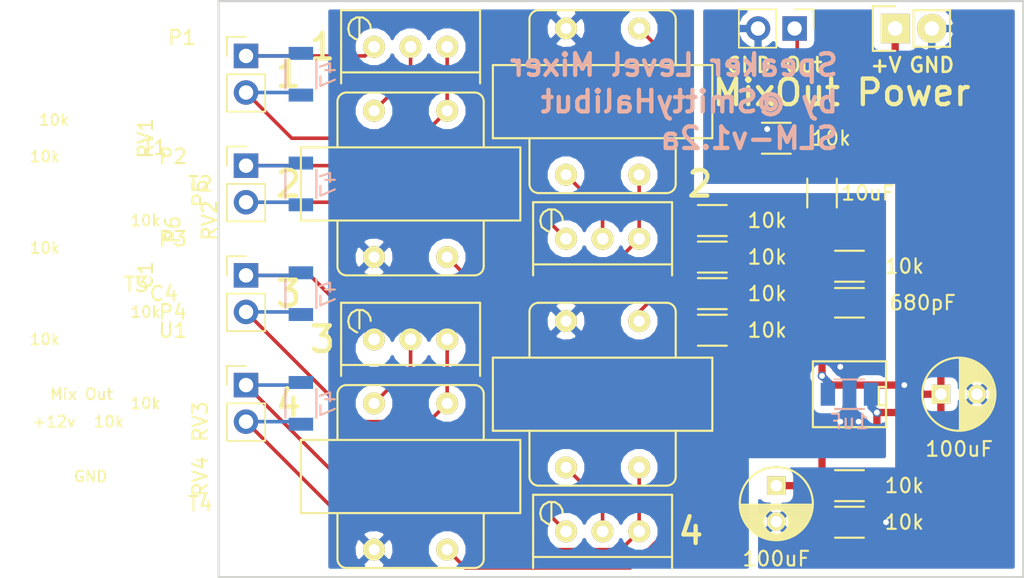
<source format=kicad_pcb>
(kicad_pcb (version 4) (host pcbnew 4.0.2+dfsg1-stable)

  (general
    (links 59)
    (no_connects 0)
    (area 93.887857 67.189999 165.175001 107.390001)
    (thickness 1.6)
    (drawings 44)
    (tracks 119)
    (zones 0)
    (modules 32)
    (nets 24)
  )

  (page A4)
  (layers
    (0 F.Cu signal)
    (31 B.Cu signal)
    (32 B.Adhes user)
    (33 F.Adhes user)
    (34 B.Paste user)
    (35 F.Paste user)
    (36 B.SilkS user)
    (37 F.SilkS user)
    (38 B.Mask user)
    (39 F.Mask user)
    (40 Dwgs.User user)
    (41 Cmts.User user)
    (42 Eco1.User user)
    (43 Eco2.User user)
    (44 Edge.Cuts user)
    (45 Margin user)
    (46 B.CrtYd user)
    (47 F.CrtYd user)
    (48 B.Fab user)
    (49 F.Fab user)
  )

  (setup
    (last_trace_width 0.25)
    (trace_clearance 0.2)
    (zone_clearance 0.508)
    (zone_45_only no)
    (trace_min 0.2)
    (segment_width 0.2)
    (edge_width 0.15)
    (via_size 0.6)
    (via_drill 0.4)
    (via_min_size 0.4)
    (via_min_drill 0.3)
    (uvia_size 0.3)
    (uvia_drill 0.1)
    (uvias_allowed no)
    (uvia_min_size 0)
    (uvia_min_drill 0)
    (pcb_text_width 0.3)
    (pcb_text_size 1.5 1.5)
    (mod_edge_width 0.15)
    (mod_text_size 1 1)
    (mod_text_width 0.15)
    (pad_size 1.524 1.524)
    (pad_drill 0.762)
    (pad_to_mask_clearance 0.2)
    (aux_axis_origin 0 0)
    (visible_elements FFFFFF7F)
    (pcbplotparams
      (layerselection 0x00030_80000001)
      (usegerberextensions false)
      (excludeedgelayer true)
      (linewidth 0.100000)
      (plotframeref false)
      (viasonmask false)
      (mode 1)
      (useauxorigin false)
      (hpglpennumber 1)
      (hpglpenspeed 20)
      (hpglpendiameter 15)
      (hpglpenoverlay 2)
      (psnegative false)
      (psa4output false)
      (plotreference true)
      (plotvalue true)
      (plotinvisibletext false)
      (padsonsilk false)
      (subtractmaskfromsilk false)
      (outputformat 1)
      (mirror false)
      (drillshape 1)
      (scaleselection 1)
      (outputdirectory ""))
  )

  (net 0 "")
  (net 1 GNDA)
  (net 2 GND)
  (net 3 "Net-(R5-Pad2)")
  (net 4 "Net-(R6-Pad2)")
  (net 5 "Net-(R7-Pad2)")
  (net 6 "Net-(R8-Pad2)")
  (net 7 "Net-(C18-Pad1)")
  (net 8 "Net-(C18-Pad2)")
  (net 9 "Net-(P1-Pad1)")
  (net 10 "Net-(P1-Pad2)")
  (net 11 "Net-(P2-Pad1)")
  (net 12 "Net-(P2-Pad2)")
  (net 13 "Net-(P3-Pad1)")
  (net 14 "Net-(P3-Pad2)")
  (net 15 "Net-(P4-Pad1)")
  (net 16 "Net-(P4-Pad2)")
  (net 17 "Net-(C1-Pad1)")
  (net 18 "Net-(C2-Pad2)")
  (net 19 +12V)
  (net 20 "Net-(RV1-Pad2)")
  (net 21 "Net-(RV3-Pad2)")
  (net 22 "Net-(RV4-Pad2)")
  (net 23 "Net-(RV2-Pad2)")

  (net_class Default "This is the default net class."
    (clearance 0.2)
    (trace_width 0.25)
    (via_dia 0.6)
    (via_drill 0.4)
    (uvia_dia 0.3)
    (uvia_drill 0.1)
    (add_net "Net-(C18-Pad1)")
    (add_net "Net-(C18-Pad2)")
    (add_net "Net-(C2-Pad2)")
    (add_net "Net-(P1-Pad1)")
    (add_net "Net-(P1-Pad2)")
    (add_net "Net-(P2-Pad1)")
    (add_net "Net-(P2-Pad2)")
    (add_net "Net-(P3-Pad1)")
    (add_net "Net-(P3-Pad2)")
    (add_net "Net-(P4-Pad1)")
    (add_net "Net-(P4-Pad2)")
    (add_net "Net-(R5-Pad2)")
    (add_net "Net-(R6-Pad2)")
    (add_net "Net-(R7-Pad2)")
    (add_net "Net-(R8-Pad2)")
    (add_net "Net-(RV1-Pad2)")
    (add_net "Net-(RV2-Pad2)")
    (add_net "Net-(RV3-Pad2)")
    (add_net "Net-(RV4-Pad2)")
  )

  (net_class Power ""
    (clearance 0.2)
    (trace_width 0.508)
    (via_dia 0.6)
    (via_drill 0.4)
    (uvia_dia 0.3)
    (uvia_drill 0.1)
    (add_net +12V)
    (add_net GND)
    (add_net GNDA)
    (add_net "Net-(C1-Pad1)")
  )

  (module Pin_Headers:Pin_Header_Straight_1x02_Pitch2.54mm (layer F.Cu) (tedit 58FECD4C) (tstamp 58E1D78E)
    (at 111.125 71.12)
    (descr "Through hole straight pin header, 1x02, 2.54mm pitch, single row")
    (tags "Through hole pin header THT 1x02 2.54mm single row")
    (path /58E1CD4D)
    (fp_text reference P1 (at -4.445 -1.27) (layer F.SilkS)
      (effects (font (size 1 1) (thickness 0.15)))
    )
    (fp_text value Input1 (at -10.795 5.715) (layer F.Fab)
      (effects (font (size 1 1) (thickness 0.15)))
    )
    (fp_line (start -1.27 -1.27) (end -1.27 3.81) (layer F.Fab) (width 0.1))
    (fp_line (start -1.27 3.81) (end 1.27 3.81) (layer F.Fab) (width 0.1))
    (fp_line (start 1.27 3.81) (end 1.27 -1.27) (layer F.Fab) (width 0.1))
    (fp_line (start 1.27 -1.27) (end -1.27 -1.27) (layer F.Fab) (width 0.1))
    (fp_line (start -1.33 1.27) (end -1.33 3.87) (layer F.SilkS) (width 0.12))
    (fp_line (start -1.33 3.87) (end 1.33 3.87) (layer F.SilkS) (width 0.12))
    (fp_line (start 1.33 3.87) (end 1.33 1.27) (layer F.SilkS) (width 0.12))
    (fp_line (start 1.33 1.27) (end -1.33 1.27) (layer F.SilkS) (width 0.12))
    (fp_line (start -1.33 0) (end -1.33 -1.33) (layer F.SilkS) (width 0.12))
    (fp_line (start -1.33 -1.33) (end 0 -1.33) (layer F.SilkS) (width 0.12))
    (fp_line (start -1.8 -1.8) (end -1.8 4.35) (layer F.CrtYd) (width 0.05))
    (fp_line (start -1.8 4.35) (end 1.8 4.35) (layer F.CrtYd) (width 0.05))
    (fp_line (start 1.8 4.35) (end 1.8 -1.8) (layer F.CrtYd) (width 0.05))
    (fp_line (start 1.8 -1.8) (end -1.8 -1.8) (layer F.CrtYd) (width 0.05))
    (fp_text user %R (at -3.81 -2.54) (layer F.Fab)
      (effects (font (size 1 1) (thickness 0.15)))
    )
    (pad 1 thru_hole rect (at 0 0) (size 1.7 1.7) (drill 1) (layers *.Cu *.Mask)
      (net 9 "Net-(P1-Pad1)"))
    (pad 2 thru_hole oval (at 0 2.54) (size 1.7 1.7) (drill 1) (layers *.Cu *.Mask)
      (net 10 "Net-(P1-Pad2)"))
    (model ${KISYS3DMOD}/Pin_Headers.3dshapes/Pin_Header_Straight_1x02_Pitch2.54mm.wrl
      (at (xyz 0 -0.05 0))
      (scale (xyz 1 1 1))
      (rotate (xyz 0 0 90))
    )
  )

  (module Pin_Headers:Pin_Header_Straight_1x02_Pitch2.54mm (layer F.Cu) (tedit 58FECD4A) (tstamp 58E1D794)
    (at 111.125 78.74)
    (descr "Through hole straight pin header, 1x02, 2.54mm pitch, single row")
    (tags "Through hole pin header THT 1x02 2.54mm single row")
    (path /5ADC0992)
    (fp_text reference P2 (at -5.08 -0.635) (layer F.SilkS)
      (effects (font (size 1 1) (thickness 0.15)))
    )
    (fp_text value Input1 (at -12.065 4.445) (layer F.Fab)
      (effects (font (size 1 1) (thickness 0.15)))
    )
    (fp_line (start -1.27 -1.27) (end -1.27 3.81) (layer F.Fab) (width 0.1))
    (fp_line (start -1.27 3.81) (end 1.27 3.81) (layer F.Fab) (width 0.1))
    (fp_line (start 1.27 3.81) (end 1.27 -1.27) (layer F.Fab) (width 0.1))
    (fp_line (start 1.27 -1.27) (end -1.27 -1.27) (layer F.Fab) (width 0.1))
    (fp_line (start -1.33 1.27) (end -1.33 3.87) (layer F.SilkS) (width 0.12))
    (fp_line (start -1.33 3.87) (end 1.33 3.87) (layer F.SilkS) (width 0.12))
    (fp_line (start 1.33 3.87) (end 1.33 1.27) (layer F.SilkS) (width 0.12))
    (fp_line (start 1.33 1.27) (end -1.33 1.27) (layer F.SilkS) (width 0.12))
    (fp_line (start -1.33 0) (end -1.33 -1.33) (layer F.SilkS) (width 0.12))
    (fp_line (start -1.33 -1.33) (end 0 -1.33) (layer F.SilkS) (width 0.12))
    (fp_line (start -1.8 -1.8) (end -1.8 4.35) (layer F.CrtYd) (width 0.05))
    (fp_line (start -1.8 4.35) (end 1.8 4.35) (layer F.CrtYd) (width 0.05))
    (fp_line (start 1.8 4.35) (end 1.8 -1.8) (layer F.CrtYd) (width 0.05))
    (fp_line (start 1.8 -1.8) (end -1.8 -1.8) (layer F.CrtYd) (width 0.05))
    (fp_text user %R (at -3.81 -2.54) (layer F.Fab)
      (effects (font (size 1 1) (thickness 0.15)))
    )
    (pad 1 thru_hole rect (at 0 0) (size 1.7 1.7) (drill 1) (layers *.Cu *.Mask)
      (net 11 "Net-(P2-Pad1)"))
    (pad 2 thru_hole oval (at 0 2.54) (size 1.7 1.7) (drill 1) (layers *.Cu *.Mask)
      (net 12 "Net-(P2-Pad2)"))
    (model ${KISYS3DMOD}/Pin_Headers.3dshapes/Pin_Header_Straight_1x02_Pitch2.54mm.wrl
      (at (xyz 0 -0.05 0))
      (scale (xyz 1 1 1))
      (rotate (xyz 0 0 90))
    )
  )

  (module Pin_Headers:Pin_Header_Straight_1x02_Pitch2.54mm (layer F.Cu) (tedit 58FECD4D) (tstamp 58E1D79A)
    (at 111.125 86.36)
    (descr "Through hole straight pin header, 1x02, 2.54mm pitch, single row")
    (tags "Through hole pin header THT 1x02 2.54mm single row")
    (path /5ADC0AC0)
    (fp_text reference P3 (at -5.08 -2.54) (layer F.SilkS)
      (effects (font (size 1 1) (thickness 0.15)))
    )
    (fp_text value Input1 (at -14.605 3.81) (layer F.Fab)
      (effects (font (size 1 1) (thickness 0.15)))
    )
    (fp_line (start -1.27 -1.27) (end -1.27 3.81) (layer F.Fab) (width 0.1))
    (fp_line (start -1.27 3.81) (end 1.27 3.81) (layer F.Fab) (width 0.1))
    (fp_line (start 1.27 3.81) (end 1.27 -1.27) (layer F.Fab) (width 0.1))
    (fp_line (start 1.27 -1.27) (end -1.27 -1.27) (layer F.Fab) (width 0.1))
    (fp_line (start -1.33 1.27) (end -1.33 3.87) (layer F.SilkS) (width 0.12))
    (fp_line (start -1.33 3.87) (end 1.33 3.87) (layer F.SilkS) (width 0.12))
    (fp_line (start 1.33 3.87) (end 1.33 1.27) (layer F.SilkS) (width 0.12))
    (fp_line (start 1.33 1.27) (end -1.33 1.27) (layer F.SilkS) (width 0.12))
    (fp_line (start -1.33 0) (end -1.33 -1.33) (layer F.SilkS) (width 0.12))
    (fp_line (start -1.33 -1.33) (end 0 -1.33) (layer F.SilkS) (width 0.12))
    (fp_line (start -1.8 -1.8) (end -1.8 4.35) (layer F.CrtYd) (width 0.05))
    (fp_line (start -1.8 4.35) (end 1.8 4.35) (layer F.CrtYd) (width 0.05))
    (fp_line (start 1.8 4.35) (end 1.8 -1.8) (layer F.CrtYd) (width 0.05))
    (fp_line (start 1.8 -1.8) (end -1.8 -1.8) (layer F.CrtYd) (width 0.05))
    (fp_text user %R (at -4.445 -3.175) (layer F.Fab)
      (effects (font (size 1 1) (thickness 0.15)))
    )
    (pad 1 thru_hole rect (at 0 0) (size 1.7 1.7) (drill 1) (layers *.Cu *.Mask)
      (net 13 "Net-(P3-Pad1)"))
    (pad 2 thru_hole oval (at 0 2.54) (size 1.7 1.7) (drill 1) (layers *.Cu *.Mask)
      (net 14 "Net-(P3-Pad2)"))
    (model ${KISYS3DMOD}/Pin_Headers.3dshapes/Pin_Header_Straight_1x02_Pitch2.54mm.wrl
      (at (xyz 0 -0.05 0))
      (scale (xyz 1 1 1))
      (rotate (xyz 0 0 90))
    )
  )

  (module Pin_Headers:Pin_Header_Straight_1x02_Pitch2.54mm (layer F.Cu) (tedit 58FECD4F) (tstamp 58E1D7A0)
    (at 111.125 93.98)
    (descr "Through hole straight pin header, 1x02, 2.54mm pitch, single row")
    (tags "Through hole pin header THT 1x02 2.54mm single row")
    (path /5ADC148D)
    (fp_text reference P4 (at -5.08 -5.08) (layer F.SilkS)
      (effects (font (size 1 1) (thickness 0.15)))
    )
    (fp_text value Input1 (at -12.7 4.445) (layer F.Fab)
      (effects (font (size 1 1) (thickness 0.15)))
    )
    (fp_line (start -1.27 -1.27) (end -1.27 3.81) (layer F.Fab) (width 0.1))
    (fp_line (start -1.27 3.81) (end 1.27 3.81) (layer F.Fab) (width 0.1))
    (fp_line (start 1.27 3.81) (end 1.27 -1.27) (layer F.Fab) (width 0.1))
    (fp_line (start 1.27 -1.27) (end -1.27 -1.27) (layer F.Fab) (width 0.1))
    (fp_line (start -1.33 1.27) (end -1.33 3.87) (layer F.SilkS) (width 0.12))
    (fp_line (start -1.33 3.87) (end 1.33 3.87) (layer F.SilkS) (width 0.12))
    (fp_line (start 1.33 3.87) (end 1.33 1.27) (layer F.SilkS) (width 0.12))
    (fp_line (start 1.33 1.27) (end -1.33 1.27) (layer F.SilkS) (width 0.12))
    (fp_line (start -1.33 0) (end -1.33 -1.33) (layer F.SilkS) (width 0.12))
    (fp_line (start -1.33 -1.33) (end 0 -1.33) (layer F.SilkS) (width 0.12))
    (fp_line (start -1.8 -1.8) (end -1.8 4.35) (layer F.CrtYd) (width 0.05))
    (fp_line (start -1.8 4.35) (end 1.8 4.35) (layer F.CrtYd) (width 0.05))
    (fp_line (start 1.8 4.35) (end 1.8 -1.8) (layer F.CrtYd) (width 0.05))
    (fp_line (start 1.8 -1.8) (end -1.8 -1.8) (layer F.CrtYd) (width 0.05))
    (fp_text user %R (at -4.445 -3.81) (layer F.Fab)
      (effects (font (size 1 1) (thickness 0.15)))
    )
    (pad 1 thru_hole rect (at 0 0) (size 1.7 1.7) (drill 1) (layers *.Cu *.Mask)
      (net 15 "Net-(P4-Pad1)"))
    (pad 2 thru_hole oval (at 0 2.54) (size 1.7 1.7) (drill 1) (layers *.Cu *.Mask)
      (net 16 "Net-(P4-Pad2)"))
    (model ${KISYS3DMOD}/Pin_Headers.3dshapes/Pin_Header_Straight_1x02_Pitch2.54mm.wrl
      (at (xyz 0 -0.05 0))
      (scale (xyz 1 1 1))
      (rotate (xyz 0 0 90))
    )
  )

  (module Pin_Headers:Pin_Header_Straight_1x02_Pitch2.54mm (layer F.Cu) (tedit 5ADB97DF) (tstamp 58E1D7AC)
    (at 149.225 69.215 270)
    (descr "Through hole straight pin header, 1x02, 2.54mm pitch, single row")
    (tags "Through hole pin header THT 1x02 2.54mm single row")
    (path /58E1F3DB)
    (fp_text reference P6 (at 13.97 43.18 270) (layer F.SilkS)
      (effects (font (size 1 1) (thickness 0.15)))
    )
    (fp_text value MixOut (at 5.08 44.45 270) (layer F.Fab)
      (effects (font (size 1 1) (thickness 0.15)))
    )
    (fp_line (start -1.27 -1.27) (end -1.27 3.81) (layer F.Fab) (width 0.1))
    (fp_line (start -1.27 3.81) (end 1.27 3.81) (layer F.Fab) (width 0.1))
    (fp_line (start 1.27 3.81) (end 1.27 -1.27) (layer F.Fab) (width 0.1))
    (fp_line (start 1.27 -1.27) (end -1.27 -1.27) (layer F.Fab) (width 0.1))
    (fp_line (start -1.33 1.27) (end -1.33 3.87) (layer F.SilkS) (width 0.12))
    (fp_line (start -1.33 3.87) (end 1.33 3.87) (layer F.SilkS) (width 0.12))
    (fp_line (start 1.33 3.87) (end 1.33 1.27) (layer F.SilkS) (width 0.12))
    (fp_line (start 1.33 1.27) (end -1.33 1.27) (layer F.SilkS) (width 0.12))
    (fp_line (start -1.33 0) (end -1.33 -1.33) (layer F.SilkS) (width 0.12))
    (fp_line (start -1.33 -1.33) (end 0 -1.33) (layer F.SilkS) (width 0.12))
    (fp_line (start -1.8 -1.8) (end -1.8 4.35) (layer F.CrtYd) (width 0.05))
    (fp_line (start -1.8 4.35) (end 1.8 4.35) (layer F.CrtYd) (width 0.05))
    (fp_line (start 1.8 4.35) (end 1.8 -1.8) (layer F.CrtYd) (width 0.05))
    (fp_line (start 1.8 -1.8) (end -1.8 -1.8) (layer F.CrtYd) (width 0.05))
    (fp_text user %R (at 2.54 42.545 270) (layer F.Fab)
      (effects (font (size 1 1) (thickness 0.15)))
    )
    (pad 1 thru_hole rect (at 0 0 270) (size 1.7 1.7) (drill 1) (layers *.Cu *.Mask)
      (net 8 "Net-(C18-Pad2)"))
    (pad 2 thru_hole oval (at 0 2.54 270) (size 1.7 1.7) (drill 1) (layers *.Cu *.Mask)
      (net 2 GND))
    (model ${KISYS3DMOD}/Pin_Headers.3dshapes/Pin_Header_Straight_1x02_Pitch2.54mm.wrl
      (at (xyz 0 -0.05 0))
      (scale (xyz 1 1 1))
      (rotate (xyz 0 0 90))
    )
  )

  (module Libraries:AudioTransformer-4pin (layer F.Cu) (tedit 5ADB97E8) (tstamp 58FEBEF7)
    (at 122.555 100.33 180)
    (path /5ADC0AB4)
    (fp_text reference T3 (at 19.05 13.335 180) (layer F.SilkS)
      (effects (font (size 1 1) (thickness 0.15)))
    )
    (fp_text value TRANSFO-AUDIO (at 19.685 31.75 180) (layer F.Fab)
      (effects (font (size 1 1) (thickness 0.15)))
    )
    (fp_arc (start 4.445 5.715) (end 5.08 5.715) (angle 90) (layer F.SilkS) (width 0.15))
    (fp_arc (start -4.445 5.715) (end -4.445 6.35) (angle 90) (layer F.SilkS) (width 0.15))
    (fp_line (start 5.08 5.715) (end 5.08 2.54) (layer F.SilkS) (width 0.15))
    (fp_line (start -4.445 6.35) (end 4.445 6.35) (layer F.SilkS) (width 0.15))
    (fp_line (start -5.08 2.54) (end -5.08 5.715) (layer F.SilkS) (width 0.15))
    (fp_arc (start -4.445 -5.715) (end -5.08 -5.715) (angle 90) (layer F.SilkS) (width 0.15))
    (fp_arc (start 4.445 -5.715) (end 4.445 -6.35) (angle 90) (layer F.SilkS) (width 0.15))
    (fp_line (start 5.08 -5.715) (end 5.08 -2.54) (layer F.SilkS) (width 0.15))
    (fp_line (start -4.445 -6.35) (end 4.445 -6.35) (layer F.SilkS) (width 0.15))
    (fp_line (start -5.08 -2.54) (end -5.08 -5.715) (layer F.SilkS) (width 0.15))
    (fp_line (start -7.62 -2.54) (end -7.62 2.54) (layer F.SilkS) (width 0.15))
    (fp_line (start -7.62 2.54) (end 7.62 2.54) (layer F.SilkS) (width 0.15))
    (fp_line (start 7.62 2.54) (end 7.62 -2.54) (layer F.SilkS) (width 0.15))
    (fp_line (start 7.62 -2.54) (end -7.62 -2.54) (layer F.SilkS) (width 0.15))
    (pad 1 thru_hole circle (at -2.54 5.08 180) (size 1.524 1.524) (drill 0.762) (layers *.Cu *.Mask F.SilkS)
      (net 14 "Net-(P3-Pad2)"))
    (pad 2 thru_hole circle (at 2.54 5.08 180) (size 1.524 1.524) (drill 0.762) (layers *.Cu *.Mask F.SilkS)
      (net 21 "Net-(RV3-Pad2)"))
    (pad 3 thru_hole circle (at 2.54 -5.08 180) (size 1.524 1.524) (drill 0.762) (layers *.Cu *.Mask F.SilkS)
      (net 1 GNDA))
    (pad 4 thru_hole circle (at -2.54 -5.08 180) (size 1.524 1.524) (drill 0.762) (layers *.Cu *.Mask F.SilkS)
      (net 5 "Net-(R7-Pad2)"))
  )

  (module Libraries:AudioTransformer-4pin (layer F.Cu) (tedit 5ADB97EB) (tstamp 58FEBF0D)
    (at 135.89 94.615)
    (path /5ADC1481)
    (fp_text reference T4 (at -27.94 7.62) (layer F.SilkS)
      (effects (font (size 1 1) (thickness 0.15)))
    )
    (fp_text value TRANSFO-AUDIO (at -33.02 -24.765) (layer F.Fab)
      (effects (font (size 1 1) (thickness 0.15)))
    )
    (fp_arc (start 4.445 5.715) (end 5.08 5.715) (angle 90) (layer F.SilkS) (width 0.15))
    (fp_arc (start -4.445 5.715) (end -4.445 6.35) (angle 90) (layer F.SilkS) (width 0.15))
    (fp_line (start 5.08 5.715) (end 5.08 2.54) (layer F.SilkS) (width 0.15))
    (fp_line (start -4.445 6.35) (end 4.445 6.35) (layer F.SilkS) (width 0.15))
    (fp_line (start -5.08 2.54) (end -5.08 5.715) (layer F.SilkS) (width 0.15))
    (fp_arc (start -4.445 -5.715) (end -5.08 -5.715) (angle 90) (layer F.SilkS) (width 0.15))
    (fp_arc (start 4.445 -5.715) (end 4.445 -6.35) (angle 90) (layer F.SilkS) (width 0.15))
    (fp_line (start 5.08 -5.715) (end 5.08 -2.54) (layer F.SilkS) (width 0.15))
    (fp_line (start -4.445 -6.35) (end 4.445 -6.35) (layer F.SilkS) (width 0.15))
    (fp_line (start -5.08 -2.54) (end -5.08 -5.715) (layer F.SilkS) (width 0.15))
    (fp_line (start -7.62 -2.54) (end -7.62 2.54) (layer F.SilkS) (width 0.15))
    (fp_line (start -7.62 2.54) (end 7.62 2.54) (layer F.SilkS) (width 0.15))
    (fp_line (start 7.62 2.54) (end 7.62 -2.54) (layer F.SilkS) (width 0.15))
    (fp_line (start 7.62 -2.54) (end -7.62 -2.54) (layer F.SilkS) (width 0.15))
    (pad 1 thru_hole circle (at -2.54 5.08) (size 1.524 1.524) (drill 0.762) (layers *.Cu *.Mask F.SilkS)
      (net 22 "Net-(RV4-Pad2)"))
    (pad 2 thru_hole circle (at 2.54 5.08) (size 1.524 1.524) (drill 0.762) (layers *.Cu *.Mask F.SilkS)
      (net 16 "Net-(P4-Pad2)"))
    (pad 3 thru_hole circle (at 2.54 -5.08) (size 1.524 1.524) (drill 0.762) (layers *.Cu *.Mask F.SilkS)
      (net 6 "Net-(R8-Pad2)"))
    (pad 4 thru_hole circle (at -2.54 -5.08) (size 1.524 1.524) (drill 0.762) (layers *.Cu *.Mask F.SilkS)
      (net 1 GNDA))
  )

  (module Libraries:C_1206_MTS (layer F.Cu) (tedit 5ADB9350) (tstamp 58FEE27C)
    (at 151.13 80.645 90)
    (descr "Capacitor SMD 1206, reflow soldering, AVX (see smccp.pdf)")
    (tags "capacitor 1206")
    (path /58FA6D5C)
    (attr smd)
    (fp_text reference C18 (at 0 -2.3 90) (layer F.Fab)
      (effects (font (size 1 1) (thickness 0.15)))
    )
    (fp_text value 10uF (at 0 3.175 180) (layer F.SilkS)
      (effects (font (size 1 1) (thickness 0.15)))
    )
    (fp_line (start -2.3 -1.15) (end 2.3 -1.15) (layer F.CrtYd) (width 0.05))
    (fp_line (start -2.3 1.15) (end 2.3 1.15) (layer F.CrtYd) (width 0.05))
    (fp_line (start -2.3 -1.15) (end -2.3 1.15) (layer F.CrtYd) (width 0.05))
    (fp_line (start 2.3 -1.15) (end 2.3 1.15) (layer F.CrtYd) (width 0.05))
    (fp_line (start 1 -1.025) (end -1 -1.025) (layer F.SilkS) (width 0.15))
    (fp_line (start -1 1.025) (end 1 1.025) (layer F.SilkS) (width 0.15))
    (pad 1 smd rect (at -1.5 0 90) (size 1 1.6) (layers F.Cu F.Paste F.Mask)
      (net 7 "Net-(C18-Pad1)"))
    (pad 2 smd rect (at 1.5 0 90) (size 1 1.6) (layers F.Cu F.Paste F.Mask)
      (net 8 "Net-(C18-Pad2)"))
    (model Capacitors_SMD.3dshapes/C_1206.wrl
      (at (xyz 0 0 0))
      (scale (xyz 1 1 1))
      (rotate (xyz 0 0 0))
    )
  )

  (module Libraries:R_1206_MTS (layer B.Cu) (tedit 5ADB9598) (tstamp 58FEE288)
    (at 114.935 80.01 270)
    (descr "Resistor SMD 1206, reflow soldering, Vishay (see dcrcw.pdf)")
    (tags "resistor 1206")
    (path /5ADC0974)
    (attr smd)
    (fp_text reference R2 (at 0 2.3 270) (layer B.Fab)
      (effects (font (size 1 1) (thickness 0.15)) (justify mirror))
    )
    (fp_text value 47 (at 0 -1.905 270) (layer B.SilkS)
      (effects (font (size 1 1) (thickness 0.15)) (justify mirror))
    )
    (fp_line (start -2.2 1.2) (end 2.2 1.2) (layer B.CrtYd) (width 0.05))
    (fp_line (start -2.2 -1.2) (end 2.2 -1.2) (layer B.CrtYd) (width 0.05))
    (fp_line (start -2.2 1.2) (end -2.2 -1.2) (layer B.CrtYd) (width 0.05))
    (fp_line (start 2.2 1.2) (end 2.2 -1.2) (layer B.CrtYd) (width 0.05))
    (fp_line (start 1 -1.075) (end -1 -1.075) (layer B.SilkS) (width 0.15))
    (fp_line (start -1 1.075) (end 1 1.075) (layer B.SilkS) (width 0.15))
    (pad 1 smd rect (at -1.45 0 270) (size 0.9 1.7) (layers B.Cu B.Paste B.Mask)
      (net 11 "Net-(P2-Pad1)"))
    (pad 2 smd rect (at 1.45 0 270) (size 0.9 1.7) (layers B.Cu B.Paste B.Mask)
      (net 12 "Net-(P2-Pad2)"))
    (model Resistors_SMD.3dshapes/R_1206.wrl
      (at (xyz 0 0 0))
      (scale (xyz 1 1 1))
      (rotate (xyz 0 0 0))
    )
  )

  (module Libraries:R_1206_MTS (layer B.Cu) (tedit 5ADB9646) (tstamp 58FEE28E)
    (at 114.935 87.63 270)
    (descr "Resistor SMD 1206, reflow soldering, Vishay (see dcrcw.pdf)")
    (tags "resistor 1206")
    (path /5ADC0AA2)
    (attr smd)
    (fp_text reference R3 (at 0 6.35 270) (layer B.Fab)
      (effects (font (size 1 1) (thickness 0.15)) (justify mirror))
    )
    (fp_text value 47 (at 0 -1.905 270) (layer B.SilkS)
      (effects (font (size 1 1) (thickness 0.15)) (justify mirror))
    )
    (fp_line (start -2.2 1.2) (end 2.2 1.2) (layer B.CrtYd) (width 0.05))
    (fp_line (start -2.2 -1.2) (end 2.2 -1.2) (layer B.CrtYd) (width 0.05))
    (fp_line (start -2.2 1.2) (end -2.2 -1.2) (layer B.CrtYd) (width 0.05))
    (fp_line (start 2.2 1.2) (end 2.2 -1.2) (layer B.CrtYd) (width 0.05))
    (fp_line (start 1 -1.075) (end -1 -1.075) (layer B.SilkS) (width 0.15))
    (fp_line (start -1 1.075) (end 1 1.075) (layer B.SilkS) (width 0.15))
    (pad 1 smd rect (at -1.45 0 270) (size 0.9 1.7) (layers B.Cu B.Paste B.Mask)
      (net 13 "Net-(P3-Pad1)"))
    (pad 2 smd rect (at 1.45 0 270) (size 0.9 1.7) (layers B.Cu B.Paste B.Mask)
      (net 14 "Net-(P3-Pad2)"))
    (model Resistors_SMD.3dshapes/R_1206.wrl
      (at (xyz 0 0 0))
      (scale (xyz 1 1 1))
      (rotate (xyz 0 0 0))
    )
  )

  (module Libraries:R_1206_MTS (layer B.Cu) (tedit 5ADB95A0) (tstamp 58FEE294)
    (at 114.935 95.25 270)
    (descr "Resistor SMD 1206, reflow soldering, Vishay (see dcrcw.pdf)")
    (tags "resistor 1206")
    (path /5ADC146F)
    (attr smd)
    (fp_text reference R4 (at 0 2.3 270) (layer B.Fab)
      (effects (font (size 1 1) (thickness 0.15)) (justify mirror))
    )
    (fp_text value 47 (at 0 -1.905 270) (layer B.SilkS)
      (effects (font (size 1 1) (thickness 0.15)) (justify mirror))
    )
    (fp_line (start -2.2 1.2) (end 2.2 1.2) (layer B.CrtYd) (width 0.05))
    (fp_line (start -2.2 -1.2) (end 2.2 -1.2) (layer B.CrtYd) (width 0.05))
    (fp_line (start -2.2 1.2) (end -2.2 -1.2) (layer B.CrtYd) (width 0.05))
    (fp_line (start 2.2 1.2) (end 2.2 -1.2) (layer B.CrtYd) (width 0.05))
    (fp_line (start 1 -1.075) (end -1 -1.075) (layer B.SilkS) (width 0.15))
    (fp_line (start -1 1.075) (end 1 1.075) (layer B.SilkS) (width 0.15))
    (pad 1 smd rect (at -1.45 0 270) (size 0.9 1.7) (layers B.Cu B.Paste B.Mask)
      (net 15 "Net-(P4-Pad1)"))
    (pad 2 smd rect (at 1.45 0 270) (size 0.9 1.7) (layers B.Cu B.Paste B.Mask)
      (net 16 "Net-(P4-Pad2)"))
    (model Resistors_SMD.3dshapes/R_1206.wrl
      (at (xyz 0 0 0))
      (scale (xyz 1 1 1))
      (rotate (xyz 0 0 0))
    )
  )

  (module Libraries:R_1206_MTS (layer F.Cu) (tedit 5ADB8EFB) (tstamp 58FEE29A)
    (at 143.51 85.09 180)
    (descr "Resistor SMD 1206, reflow soldering, Vishay (see dcrcw.pdf)")
    (tags "resistor 1206")
    (path /58E1D0E1)
    (attr smd)
    (fp_text reference R5 (at 0 -2.3 180) (layer F.Fab)
      (effects (font (size 1 1) (thickness 0.15)))
    )
    (fp_text value 10k (at -3.81 0 180) (layer F.SilkS)
      (effects (font (size 1 1) (thickness 0.15)))
    )
    (fp_line (start -2.2 -1.2) (end 2.2 -1.2) (layer F.CrtYd) (width 0.05))
    (fp_line (start -2.2 1.2) (end 2.2 1.2) (layer F.CrtYd) (width 0.05))
    (fp_line (start -2.2 -1.2) (end -2.2 1.2) (layer F.CrtYd) (width 0.05))
    (fp_line (start 2.2 -1.2) (end 2.2 1.2) (layer F.CrtYd) (width 0.05))
    (fp_line (start 1 1.075) (end -1 1.075) (layer F.SilkS) (width 0.15))
    (fp_line (start -1 -1.075) (end 1 -1.075) (layer F.SilkS) (width 0.15))
    (pad 1 smd rect (at -1.45 0 180) (size 0.9 1.7) (layers F.Cu F.Paste F.Mask)
      (net 18 "Net-(C2-Pad2)"))
    (pad 2 smd rect (at 1.45 0 180) (size 0.9 1.7) (layers F.Cu F.Paste F.Mask)
      (net 3 "Net-(R5-Pad2)"))
    (model Resistors_SMD.3dshapes/R_1206.wrl
      (at (xyz 0 0 0))
      (scale (xyz 1 1 1))
      (rotate (xyz 0 0 0))
    )
  )

  (module Libraries:R_1206_MTS (layer F.Cu) (tedit 5ADB8EFE) (tstamp 58FEE2A0)
    (at 143.51 82.55 180)
    (descr "Resistor SMD 1206, reflow soldering, Vishay (see dcrcw.pdf)")
    (tags "resistor 1206")
    (path /58E1D1F6)
    (attr smd)
    (fp_text reference R6 (at 0 -2.3 180) (layer F.Fab)
      (effects (font (size 1 1) (thickness 0.15)))
    )
    (fp_text value 10k (at -3.81 0 180) (layer F.SilkS)
      (effects (font (size 1 1) (thickness 0.15)))
    )
    (fp_line (start -2.2 -1.2) (end 2.2 -1.2) (layer F.CrtYd) (width 0.05))
    (fp_line (start -2.2 1.2) (end 2.2 1.2) (layer F.CrtYd) (width 0.05))
    (fp_line (start -2.2 -1.2) (end -2.2 1.2) (layer F.CrtYd) (width 0.05))
    (fp_line (start 2.2 -1.2) (end 2.2 1.2) (layer F.CrtYd) (width 0.05))
    (fp_line (start 1 1.075) (end -1 1.075) (layer F.SilkS) (width 0.15))
    (fp_line (start -1 -1.075) (end 1 -1.075) (layer F.SilkS) (width 0.15))
    (pad 1 smd rect (at -1.45 0 180) (size 0.9 1.7) (layers F.Cu F.Paste F.Mask)
      (net 18 "Net-(C2-Pad2)"))
    (pad 2 smd rect (at 1.45 0 180) (size 0.9 1.7) (layers F.Cu F.Paste F.Mask)
      (net 4 "Net-(R6-Pad2)"))
    (model Resistors_SMD.3dshapes/R_1206.wrl
      (at (xyz 0 0 0))
      (scale (xyz 1 1 1))
      (rotate (xyz 0 0 0))
    )
  )

  (module Libraries:R_1206_MTS (layer F.Cu) (tedit 5ADB8EF5) (tstamp 58FEE2A6)
    (at 143.51 90.17 180)
    (descr "Resistor SMD 1206, reflow soldering, Vishay (see dcrcw.pdf)")
    (tags "resistor 1206")
    (path /58E1DA75)
    (attr smd)
    (fp_text reference R7 (at 0 -2.3 180) (layer F.Fab)
      (effects (font (size 1 1) (thickness 0.15)))
    )
    (fp_text value 10k (at -3.81 0 180) (layer F.SilkS)
      (effects (font (size 1 1) (thickness 0.15)))
    )
    (fp_line (start -2.2 -1.2) (end 2.2 -1.2) (layer F.CrtYd) (width 0.05))
    (fp_line (start -2.2 1.2) (end 2.2 1.2) (layer F.CrtYd) (width 0.05))
    (fp_line (start -2.2 -1.2) (end -2.2 1.2) (layer F.CrtYd) (width 0.05))
    (fp_line (start 2.2 -1.2) (end 2.2 1.2) (layer F.CrtYd) (width 0.05))
    (fp_line (start 1 1.075) (end -1 1.075) (layer F.SilkS) (width 0.15))
    (fp_line (start -1 -1.075) (end 1 -1.075) (layer F.SilkS) (width 0.15))
    (pad 1 smd rect (at -1.45 0 180) (size 0.9 1.7) (layers F.Cu F.Paste F.Mask)
      (net 18 "Net-(C2-Pad2)"))
    (pad 2 smd rect (at 1.45 0 180) (size 0.9 1.7) (layers F.Cu F.Paste F.Mask)
      (net 5 "Net-(R7-Pad2)"))
    (model Resistors_SMD.3dshapes/R_1206.wrl
      (at (xyz 0 0 0))
      (scale (xyz 1 1 1))
      (rotate (xyz 0 0 0))
    )
  )

  (module Libraries:R_1206_MTS (layer F.Cu) (tedit 5ADB8EF7) (tstamp 58FEE2AC)
    (at 143.51 87.63 180)
    (descr "Resistor SMD 1206, reflow soldering, Vishay (see dcrcw.pdf)")
    (tags "resistor 1206")
    (path /58E1DAA8)
    (attr smd)
    (fp_text reference R8 (at 0 -2.3 180) (layer F.Fab)
      (effects (font (size 1 1) (thickness 0.15)))
    )
    (fp_text value 10k (at -3.81 0 180) (layer F.SilkS)
      (effects (font (size 1 1) (thickness 0.15)))
    )
    (fp_line (start -2.2 -1.2) (end 2.2 -1.2) (layer F.CrtYd) (width 0.05))
    (fp_line (start -2.2 1.2) (end 2.2 1.2) (layer F.CrtYd) (width 0.05))
    (fp_line (start -2.2 -1.2) (end -2.2 1.2) (layer F.CrtYd) (width 0.05))
    (fp_line (start 2.2 -1.2) (end 2.2 1.2) (layer F.CrtYd) (width 0.05))
    (fp_line (start 1 1.075) (end -1 1.075) (layer F.SilkS) (width 0.15))
    (fp_line (start -1 -1.075) (end 1 -1.075) (layer F.SilkS) (width 0.15))
    (pad 1 smd rect (at -1.45 0 180) (size 0.9 1.7) (layers F.Cu F.Paste F.Mask)
      (net 18 "Net-(C2-Pad2)"))
    (pad 2 smd rect (at 1.45 0 180) (size 0.9 1.7) (layers F.Cu F.Paste F.Mask)
      (net 6 "Net-(R8-Pad2)"))
    (model Resistors_SMD.3dshapes/R_1206.wrl
      (at (xyz 0 0 0))
      (scale (xyz 1 1 1))
      (rotate (xyz 0 0 0))
    )
  )

  (module Libraries:R_1206_MTS (layer F.Cu) (tedit 5ADB9103) (tstamp 58FEE2B2)
    (at 153.035 100.965)
    (descr "Resistor SMD 1206, reflow soldering, Vishay (see dcrcw.pdf)")
    (tags "resistor 1206")
    (path /5ADCEB02)
    (attr smd)
    (fp_text reference R9 (at 0 -2.3) (layer F.Fab)
      (effects (font (size 1 1) (thickness 0.15)))
    )
    (fp_text value 10k (at 3.81 0) (layer F.SilkS)
      (effects (font (size 1 1) (thickness 0.15)))
    )
    (fp_line (start -2.2 -1.2) (end 2.2 -1.2) (layer F.CrtYd) (width 0.05))
    (fp_line (start -2.2 1.2) (end 2.2 1.2) (layer F.CrtYd) (width 0.05))
    (fp_line (start -2.2 -1.2) (end -2.2 1.2) (layer F.CrtYd) (width 0.05))
    (fp_line (start 2.2 -1.2) (end 2.2 1.2) (layer F.CrtYd) (width 0.05))
    (fp_line (start 1 1.075) (end -1 1.075) (layer F.SilkS) (width 0.15))
    (fp_line (start -1 -1.075) (end 1 -1.075) (layer F.SilkS) (width 0.15))
    (pad 1 smd rect (at -1.45 0) (size 0.9 1.7) (layers F.Cu F.Paste F.Mask)
      (net 17 "Net-(C1-Pad1)"))
    (pad 2 smd rect (at 1.45 0) (size 0.9 1.7) (layers F.Cu F.Paste F.Mask)
      (net 19 +12V))
    (model Resistors_SMD.3dshapes/R_1206.wrl
      (at (xyz 0 0 0))
      (scale (xyz 1 1 1))
      (rotate (xyz 0 0 0))
    )
  )

  (module Libraries:R_1206_MTS (layer F.Cu) (tedit 5ADB9315) (tstamp 58FEE2B8)
    (at 147.955 76.835)
    (descr "Resistor SMD 1206, reflow soldering, Vishay (see dcrcw.pdf)")
    (tags "resistor 1206")
    (path /58FA6EC0)
    (attr smd)
    (fp_text reference R10 (at 0 -2.3) (layer F.Fab)
      (effects (font (size 1 1) (thickness 0.15)))
    )
    (fp_text value 10k (at 3.81 0) (layer F.SilkS)
      (effects (font (size 1 1) (thickness 0.15)))
    )
    (fp_line (start -2.2 -1.2) (end 2.2 -1.2) (layer F.CrtYd) (width 0.05))
    (fp_line (start -2.2 1.2) (end 2.2 1.2) (layer F.CrtYd) (width 0.05))
    (fp_line (start -2.2 -1.2) (end -2.2 1.2) (layer F.CrtYd) (width 0.05))
    (fp_line (start 2.2 -1.2) (end 2.2 1.2) (layer F.CrtYd) (width 0.05))
    (fp_line (start 1 1.075) (end -1 1.075) (layer F.SilkS) (width 0.15))
    (fp_line (start -1 -1.075) (end 1 -1.075) (layer F.SilkS) (width 0.15))
    (pad 1 smd rect (at -1.45 0) (size 0.9 1.7) (layers F.Cu F.Paste F.Mask)
      (net 2 GND))
    (pad 2 smd rect (at 1.45 0) (size 0.9 1.7) (layers F.Cu F.Paste F.Mask)
      (net 8 "Net-(C18-Pad2)"))
    (model Resistors_SMD.3dshapes/R_1206.wrl
      (at (xyz 0 0 0))
      (scale (xyz 1 1 1))
      (rotate (xyz 0 0 0))
    )
  )

  (module Capacitors_ThroughHole:C_Radial_D5_L11_P2.5 (layer F.Cu) (tedit 5ADB97D4) (tstamp 5ADB8714)
    (at 147.955 100.965 270)
    (descr "Radial Electrolytic Capacitor Diameter 5mm x Length 11mm, Pitch 2.5mm")
    (tags "Electrolytic Capacitor")
    (path /5ADD0B98)
    (fp_text reference C1 (at -14.605 43.815 270) (layer F.SilkS)
      (effects (font (size 1 1) (thickness 0.15)))
    )
    (fp_text value 100uF (at 1.905 40.64 270) (layer F.Fab)
      (effects (font (size 1 1) (thickness 0.15)))
    )
    (fp_line (start 1.325 -2.499) (end 1.325 2.499) (layer F.SilkS) (width 0.15))
    (fp_line (start 1.465 -2.491) (end 1.465 2.491) (layer F.SilkS) (width 0.15))
    (fp_line (start 1.605 -2.475) (end 1.605 -0.095) (layer F.SilkS) (width 0.15))
    (fp_line (start 1.605 0.095) (end 1.605 2.475) (layer F.SilkS) (width 0.15))
    (fp_line (start 1.745 -2.451) (end 1.745 -0.49) (layer F.SilkS) (width 0.15))
    (fp_line (start 1.745 0.49) (end 1.745 2.451) (layer F.SilkS) (width 0.15))
    (fp_line (start 1.885 -2.418) (end 1.885 -0.657) (layer F.SilkS) (width 0.15))
    (fp_line (start 1.885 0.657) (end 1.885 2.418) (layer F.SilkS) (width 0.15))
    (fp_line (start 2.025 -2.377) (end 2.025 -0.764) (layer F.SilkS) (width 0.15))
    (fp_line (start 2.025 0.764) (end 2.025 2.377) (layer F.SilkS) (width 0.15))
    (fp_line (start 2.165 -2.327) (end 2.165 -0.835) (layer F.SilkS) (width 0.15))
    (fp_line (start 2.165 0.835) (end 2.165 2.327) (layer F.SilkS) (width 0.15))
    (fp_line (start 2.305 -2.266) (end 2.305 -0.879) (layer F.SilkS) (width 0.15))
    (fp_line (start 2.305 0.879) (end 2.305 2.266) (layer F.SilkS) (width 0.15))
    (fp_line (start 2.445 -2.196) (end 2.445 -0.898) (layer F.SilkS) (width 0.15))
    (fp_line (start 2.445 0.898) (end 2.445 2.196) (layer F.SilkS) (width 0.15))
    (fp_line (start 2.585 -2.114) (end 2.585 -0.896) (layer F.SilkS) (width 0.15))
    (fp_line (start 2.585 0.896) (end 2.585 2.114) (layer F.SilkS) (width 0.15))
    (fp_line (start 2.725 -2.019) (end 2.725 -0.871) (layer F.SilkS) (width 0.15))
    (fp_line (start 2.725 0.871) (end 2.725 2.019) (layer F.SilkS) (width 0.15))
    (fp_line (start 2.865 -1.908) (end 2.865 -0.823) (layer F.SilkS) (width 0.15))
    (fp_line (start 2.865 0.823) (end 2.865 1.908) (layer F.SilkS) (width 0.15))
    (fp_line (start 3.005 -1.78) (end 3.005 -0.745) (layer F.SilkS) (width 0.15))
    (fp_line (start 3.005 0.745) (end 3.005 1.78) (layer F.SilkS) (width 0.15))
    (fp_line (start 3.145 -1.631) (end 3.145 -0.628) (layer F.SilkS) (width 0.15))
    (fp_line (start 3.145 0.628) (end 3.145 1.631) (layer F.SilkS) (width 0.15))
    (fp_line (start 3.285 -1.452) (end 3.285 -0.44) (layer F.SilkS) (width 0.15))
    (fp_line (start 3.285 0.44) (end 3.285 1.452) (layer F.SilkS) (width 0.15))
    (fp_line (start 3.425 -1.233) (end 3.425 1.233) (layer F.SilkS) (width 0.15))
    (fp_line (start 3.565 -0.944) (end 3.565 0.944) (layer F.SilkS) (width 0.15))
    (fp_line (start 3.705 -0.472) (end 3.705 0.472) (layer F.SilkS) (width 0.15))
    (fp_circle (center 2.5 0) (end 2.5 -0.9) (layer F.SilkS) (width 0.15))
    (fp_circle (center 1.25 0) (end 1.25 -2.5375) (layer F.SilkS) (width 0.15))
    (fp_circle (center 1.25 0) (end 1.25 -2.8) (layer F.CrtYd) (width 0.05))
    (pad 1 thru_hole rect (at 0 0 270) (size 1.3 1.3) (drill 0.8) (layers *.Cu *.Mask F.SilkS)
      (net 17 "Net-(C1-Pad1)"))
    (pad 2 thru_hole circle (at 2.5 0 270) (size 1.3 1.3) (drill 0.8) (layers *.Cu *.Mask F.SilkS)
      (net 2 GND))
    (model Capacitors_ThroughHole.3dshapes/C_Radial_D5_L11_P2.5.wrl
      (at (xyz 0.049213 0 0))
      (scale (xyz 1 1 1))
      (rotate (xyz 0 0 90))
    )
  )

  (module Libraries:C_1206_MTS (layer F.Cu) (tedit 5ADB9700) (tstamp 5ADB871E)
    (at 153.035 88.265 180)
    (descr "Capacitor SMD 1206, reflow soldering, AVX (see smccp.pdf)")
    (tags "capacitor 1206")
    (path /5ADCC87A)
    (attr smd)
    (fp_text reference C2 (at 0 -2.3 180) (layer F.Fab)
      (effects (font (size 1 1) (thickness 0.15)))
    )
    (fp_text value 680pF (at -5.08 0 180) (layer F.SilkS)
      (effects (font (size 1 1) (thickness 0.15)))
    )
    (fp_line (start -2.3 -1.15) (end 2.3 -1.15) (layer F.CrtYd) (width 0.05))
    (fp_line (start -2.3 1.15) (end 2.3 1.15) (layer F.CrtYd) (width 0.05))
    (fp_line (start -2.3 -1.15) (end -2.3 1.15) (layer F.CrtYd) (width 0.05))
    (fp_line (start 2.3 -1.15) (end 2.3 1.15) (layer F.CrtYd) (width 0.05))
    (fp_line (start 1 -1.025) (end -1 -1.025) (layer F.SilkS) (width 0.15))
    (fp_line (start -1 1.025) (end 1 1.025) (layer F.SilkS) (width 0.15))
    (pad 1 smd rect (at -1.5 0 180) (size 1 1.6) (layers F.Cu F.Paste F.Mask)
      (net 7 "Net-(C18-Pad1)"))
    (pad 2 smd rect (at 1.5 0 180) (size 1 1.6) (layers F.Cu F.Paste F.Mask)
      (net 18 "Net-(C2-Pad2)"))
    (model Capacitors_SMD.3dshapes/C_1206.wrl
      (at (xyz 0 0 0))
      (scale (xyz 1 1 1))
      (rotate (xyz 0 0 0))
    )
  )

  (module Libraries:C_1206_MTS (layer B.Cu) (tedit 5ADB97DC) (tstamp 5ADB8724)
    (at 153.035 94.615 180)
    (descr "Capacitor SMD 1206, reflow soldering, AVX (see smccp.pdf)")
    (tags "capacitor 1206")
    (path /5ADCA1C8)
    (attr smd)
    (fp_text reference C3 (at 47.625 6.985 180) (layer B.Fab)
      (effects (font (size 1 1) (thickness 0.15)) (justify mirror))
    )
    (fp_text value 1uF (at 0 -1.905 180) (layer B.SilkS)
      (effects (font (size 1 1) (thickness 0.15)) (justify mirror))
    )
    (fp_line (start -2.3 1.15) (end 2.3 1.15) (layer B.CrtYd) (width 0.05))
    (fp_line (start -2.3 -1.15) (end 2.3 -1.15) (layer B.CrtYd) (width 0.05))
    (fp_line (start -2.3 1.15) (end -2.3 -1.15) (layer B.CrtYd) (width 0.05))
    (fp_line (start 2.3 1.15) (end 2.3 -1.15) (layer B.CrtYd) (width 0.05))
    (fp_line (start 1 1.025) (end -1 1.025) (layer B.SilkS) (width 0.15))
    (fp_line (start -1 -1.025) (end 1 -1.025) (layer B.SilkS) (width 0.15))
    (pad 1 smd rect (at -1.5 0 180) (size 1 1.6) (layers B.Cu B.Paste B.Mask)
      (net 19 +12V))
    (pad 2 smd rect (at 1.5 0 180) (size 1 1.6) (layers B.Cu B.Paste B.Mask)
      (net 2 GND))
    (model Capacitors_SMD.3dshapes/C_1206.wrl
      (at (xyz 0 0 0))
      (scale (xyz 1 1 1))
      (rotate (xyz 0 0 0))
    )
  )

  (module Capacitors_ThroughHole:C_Radial_D5_L11_P2.5 (layer F.Cu) (tedit 5ADB97D8) (tstamp 5ADB872A)
    (at 159.385 94.615)
    (descr "Radial Electrolytic Capacitor Diameter 5mm x Length 11mm, Pitch 2.5mm")
    (tags "Electrolytic Capacitor")
    (path /5ADCA453)
    (fp_text reference C4 (at -53.975 -6.985) (layer F.SilkS)
      (effects (font (size 1 1) (thickness 0.15)))
    )
    (fp_text value 100uF (at -53.975 1.905) (layer F.Fab)
      (effects (font (size 1 1) (thickness 0.15)))
    )
    (fp_line (start 1.325 -2.499) (end 1.325 2.499) (layer F.SilkS) (width 0.15))
    (fp_line (start 1.465 -2.491) (end 1.465 2.491) (layer F.SilkS) (width 0.15))
    (fp_line (start 1.605 -2.475) (end 1.605 -0.095) (layer F.SilkS) (width 0.15))
    (fp_line (start 1.605 0.095) (end 1.605 2.475) (layer F.SilkS) (width 0.15))
    (fp_line (start 1.745 -2.451) (end 1.745 -0.49) (layer F.SilkS) (width 0.15))
    (fp_line (start 1.745 0.49) (end 1.745 2.451) (layer F.SilkS) (width 0.15))
    (fp_line (start 1.885 -2.418) (end 1.885 -0.657) (layer F.SilkS) (width 0.15))
    (fp_line (start 1.885 0.657) (end 1.885 2.418) (layer F.SilkS) (width 0.15))
    (fp_line (start 2.025 -2.377) (end 2.025 -0.764) (layer F.SilkS) (width 0.15))
    (fp_line (start 2.025 0.764) (end 2.025 2.377) (layer F.SilkS) (width 0.15))
    (fp_line (start 2.165 -2.327) (end 2.165 -0.835) (layer F.SilkS) (width 0.15))
    (fp_line (start 2.165 0.835) (end 2.165 2.327) (layer F.SilkS) (width 0.15))
    (fp_line (start 2.305 -2.266) (end 2.305 -0.879) (layer F.SilkS) (width 0.15))
    (fp_line (start 2.305 0.879) (end 2.305 2.266) (layer F.SilkS) (width 0.15))
    (fp_line (start 2.445 -2.196) (end 2.445 -0.898) (layer F.SilkS) (width 0.15))
    (fp_line (start 2.445 0.898) (end 2.445 2.196) (layer F.SilkS) (width 0.15))
    (fp_line (start 2.585 -2.114) (end 2.585 -0.896) (layer F.SilkS) (width 0.15))
    (fp_line (start 2.585 0.896) (end 2.585 2.114) (layer F.SilkS) (width 0.15))
    (fp_line (start 2.725 -2.019) (end 2.725 -0.871) (layer F.SilkS) (width 0.15))
    (fp_line (start 2.725 0.871) (end 2.725 2.019) (layer F.SilkS) (width 0.15))
    (fp_line (start 2.865 -1.908) (end 2.865 -0.823) (layer F.SilkS) (width 0.15))
    (fp_line (start 2.865 0.823) (end 2.865 1.908) (layer F.SilkS) (width 0.15))
    (fp_line (start 3.005 -1.78) (end 3.005 -0.745) (layer F.SilkS) (width 0.15))
    (fp_line (start 3.005 0.745) (end 3.005 1.78) (layer F.SilkS) (width 0.15))
    (fp_line (start 3.145 -1.631) (end 3.145 -0.628) (layer F.SilkS) (width 0.15))
    (fp_line (start 3.145 0.628) (end 3.145 1.631) (layer F.SilkS) (width 0.15))
    (fp_line (start 3.285 -1.452) (end 3.285 -0.44) (layer F.SilkS) (width 0.15))
    (fp_line (start 3.285 0.44) (end 3.285 1.452) (layer F.SilkS) (width 0.15))
    (fp_line (start 3.425 -1.233) (end 3.425 1.233) (layer F.SilkS) (width 0.15))
    (fp_line (start 3.565 -0.944) (end 3.565 0.944) (layer F.SilkS) (width 0.15))
    (fp_line (start 3.705 -0.472) (end 3.705 0.472) (layer F.SilkS) (width 0.15))
    (fp_circle (center 2.5 0) (end 2.5 -0.9) (layer F.SilkS) (width 0.15))
    (fp_circle (center 1.25 0) (end 1.25 -2.5375) (layer F.SilkS) (width 0.15))
    (fp_circle (center 1.25 0) (end 1.25 -2.8) (layer F.CrtYd) (width 0.05))
    (pad 1 thru_hole rect (at 0 0) (size 1.3 1.3) (drill 0.8) (layers *.Cu *.Mask F.SilkS)
      (net 19 +12V))
    (pad 2 thru_hole circle (at 2.5 0) (size 1.3 1.3) (drill 0.8) (layers *.Cu *.Mask F.SilkS)
      (net 2 GND))
    (model Capacitors_ThroughHole.3dshapes/C_Radial_D5_L11_P2.5.wrl
      (at (xyz 0.049213 0 0))
      (scale (xyz 1 1 1))
      (rotate (xyz 0 0 90))
    )
  )

  (module Pin_Headers:Pin_Header_Straight_1x02 (layer F.Cu) (tedit 5ADB97E5) (tstamp 5ADB872B)
    (at 156.21 69.215 90)
    (descr "Through hole pin header")
    (tags "pin header")
    (path /5ADC9FDD)
    (fp_text reference P5 (at -11.43 -48.26 90) (layer F.SilkS)
      (effects (font (size 1 1) (thickness 0.15)))
    )
    (fp_text value Power (at -3.81 -50.165 90) (layer F.Fab)
      (effects (font (size 1 1) (thickness 0.15)))
    )
    (fp_line (start 1.27 1.27) (end 1.27 3.81) (layer F.SilkS) (width 0.15))
    (fp_line (start 1.55 -1.55) (end 1.55 0) (layer F.SilkS) (width 0.15))
    (fp_line (start -1.75 -1.75) (end -1.75 4.3) (layer F.CrtYd) (width 0.05))
    (fp_line (start 1.75 -1.75) (end 1.75 4.3) (layer F.CrtYd) (width 0.05))
    (fp_line (start -1.75 -1.75) (end 1.75 -1.75) (layer F.CrtYd) (width 0.05))
    (fp_line (start -1.75 4.3) (end 1.75 4.3) (layer F.CrtYd) (width 0.05))
    (fp_line (start 1.27 1.27) (end -1.27 1.27) (layer F.SilkS) (width 0.15))
    (fp_line (start -1.55 0) (end -1.55 -1.55) (layer F.SilkS) (width 0.15))
    (fp_line (start -1.55 -1.55) (end 1.55 -1.55) (layer F.SilkS) (width 0.15))
    (fp_line (start -1.27 1.27) (end -1.27 3.81) (layer F.SilkS) (width 0.15))
    (fp_line (start -1.27 3.81) (end 1.27 3.81) (layer F.SilkS) (width 0.15))
    (pad 1 thru_hole rect (at 0 0 90) (size 2.032 2.032) (drill 1.016) (layers *.Cu *.Mask F.SilkS)
      (net 19 +12V))
    (pad 2 thru_hole oval (at 0 2.54 90) (size 2.032 2.032) (drill 1.016) (layers *.Cu *.Mask F.SilkS)
      (net 2 GND))
    (model Pin_Headers.3dshapes/Pin_Header_Straight_1x02.wrl
      (at (xyz 0 -0.05 0))
      (scale (xyz 1 1 1))
      (rotate (xyz 0 0 90))
    )
  )

  (module Libraries:R_1206_MTS (layer B.Cu) (tedit 5ADB959B) (tstamp 5ADB8735)
    (at 114.935 72.39 270)
    (descr "Resistor SMD 1206, reflow soldering, Vishay (see dcrcw.pdf)")
    (tags "resistor 1206")
    (path /58E1CE28)
    (attr smd)
    (fp_text reference R1 (at 0 2.3 270) (layer B.Fab)
      (effects (font (size 1 1) (thickness 0.15)) (justify mirror))
    )
    (fp_text value 47 (at 0 -1.905 270) (layer B.SilkS)
      (effects (font (size 1 1) (thickness 0.15)) (justify mirror))
    )
    (fp_line (start -2.2 1.2) (end 2.2 1.2) (layer B.CrtYd) (width 0.05))
    (fp_line (start -2.2 -1.2) (end 2.2 -1.2) (layer B.CrtYd) (width 0.05))
    (fp_line (start -2.2 1.2) (end -2.2 -1.2) (layer B.CrtYd) (width 0.05))
    (fp_line (start 2.2 1.2) (end 2.2 -1.2) (layer B.CrtYd) (width 0.05))
    (fp_line (start 1 -1.075) (end -1 -1.075) (layer B.SilkS) (width 0.15))
    (fp_line (start -1 1.075) (end 1 1.075) (layer B.SilkS) (width 0.15))
    (pad 1 smd rect (at -1.45 0 270) (size 0.9 1.7) (layers B.Cu B.Paste B.Mask)
      (net 9 "Net-(P1-Pad1)"))
    (pad 2 smd rect (at 1.45 0 270) (size 0.9 1.7) (layers B.Cu B.Paste B.Mask)
      (net 10 "Net-(P1-Pad2)"))
    (model Resistors_SMD.3dshapes/R_1206.wrl
      (at (xyz 0 0 0))
      (scale (xyz 1 1 1))
      (rotate (xyz 0 0 0))
    )
  )

  (module Libraries:R_1206_MTS (layer F.Cu) (tedit 5ADB9107) (tstamp 5ADB873B)
    (at 153.035 103.505 180)
    (descr "Resistor SMD 1206, reflow soldering, Vishay (see dcrcw.pdf)")
    (tags "resistor 1206")
    (path /5ADCEBA3)
    (attr smd)
    (fp_text reference R11 (at 0 -2.3 180) (layer F.Fab)
      (effects (font (size 1 1) (thickness 0.15)))
    )
    (fp_text value 10k (at -3.81 0 180) (layer F.SilkS)
      (effects (font (size 1 1) (thickness 0.15)))
    )
    (fp_line (start -2.2 -1.2) (end 2.2 -1.2) (layer F.CrtYd) (width 0.05))
    (fp_line (start -2.2 1.2) (end 2.2 1.2) (layer F.CrtYd) (width 0.05))
    (fp_line (start -2.2 -1.2) (end -2.2 1.2) (layer F.CrtYd) (width 0.05))
    (fp_line (start 2.2 -1.2) (end 2.2 1.2) (layer F.CrtYd) (width 0.05))
    (fp_line (start 1 1.075) (end -1 1.075) (layer F.SilkS) (width 0.15))
    (fp_line (start -1 -1.075) (end 1 -1.075) (layer F.SilkS) (width 0.15))
    (pad 1 smd rect (at -1.45 0 180) (size 0.9 1.7) (layers F.Cu F.Paste F.Mask)
      (net 2 GND))
    (pad 2 smd rect (at 1.45 0 180) (size 0.9 1.7) (layers F.Cu F.Paste F.Mask)
      (net 17 "Net-(C1-Pad1)"))
    (model Resistors_SMD.3dshapes/R_1206.wrl
      (at (xyz 0 0 0))
      (scale (xyz 1 1 1))
      (rotate (xyz 0 0 0))
    )
  )

  (module Libraries:R_1206_MTS (layer F.Cu) (tedit 5ADB9710) (tstamp 5ADB8741)
    (at 153.035 85.725 180)
    (descr "Resistor SMD 1206, reflow soldering, Vishay (see dcrcw.pdf)")
    (tags "resistor 1206")
    (path /5ADCC719)
    (attr smd)
    (fp_text reference R12 (at 0 -2.3 180) (layer F.Fab)
      (effects (font (size 1 1) (thickness 0.15)))
    )
    (fp_text value 10k (at -3.81 0 180) (layer F.SilkS)
      (effects (font (size 1 1) (thickness 0.15)))
    )
    (fp_line (start -2.2 -1.2) (end 2.2 -1.2) (layer F.CrtYd) (width 0.05))
    (fp_line (start -2.2 1.2) (end 2.2 1.2) (layer F.CrtYd) (width 0.05))
    (fp_line (start -2.2 -1.2) (end -2.2 1.2) (layer F.CrtYd) (width 0.05))
    (fp_line (start 2.2 -1.2) (end 2.2 1.2) (layer F.CrtYd) (width 0.05))
    (fp_line (start 1 1.075) (end -1 1.075) (layer F.SilkS) (width 0.15))
    (fp_line (start -1 -1.075) (end 1 -1.075) (layer F.SilkS) (width 0.15))
    (pad 1 smd rect (at -1.45 0 180) (size 0.9 1.7) (layers F.Cu F.Paste F.Mask)
      (net 7 "Net-(C18-Pad1)"))
    (pad 2 smd rect (at 1.45 0 180) (size 0.9 1.7) (layers F.Cu F.Paste F.Mask)
      (net 18 "Net-(C2-Pad2)"))
    (model Resistors_SMD.3dshapes/R_1206.wrl
      (at (xyz 0 0 0))
      (scale (xyz 1 1 1))
      (rotate (xyz 0 0 0))
    )
  )

  (module Libraries:AudioTransformer-4pin (layer F.Cu) (tedit 5ADB97F0) (tstamp 5ADB8749)
    (at 122.555 80.01 180)
    (path /58FD6A2D)
    (fp_text reference T1 (at 17.78 2.54 180) (layer F.SilkS)
      (effects (font (size 1 1) (thickness 0.15)))
    )
    (fp_text value TRANSFO-AUDIO (at 19.685 8.89 180) (layer F.Fab)
      (effects (font (size 1 1) (thickness 0.15)))
    )
    (fp_arc (start 4.445 5.715) (end 5.08 5.715) (angle 90) (layer F.SilkS) (width 0.15))
    (fp_arc (start -4.445 5.715) (end -4.445 6.35) (angle 90) (layer F.SilkS) (width 0.15))
    (fp_line (start 5.08 5.715) (end 5.08 2.54) (layer F.SilkS) (width 0.15))
    (fp_line (start -4.445 6.35) (end 4.445 6.35) (layer F.SilkS) (width 0.15))
    (fp_line (start -5.08 2.54) (end -5.08 5.715) (layer F.SilkS) (width 0.15))
    (fp_arc (start -4.445 -5.715) (end -5.08 -5.715) (angle 90) (layer F.SilkS) (width 0.15))
    (fp_arc (start 4.445 -5.715) (end 4.445 -6.35) (angle 90) (layer F.SilkS) (width 0.15))
    (fp_line (start 5.08 -5.715) (end 5.08 -2.54) (layer F.SilkS) (width 0.15))
    (fp_line (start -4.445 -6.35) (end 4.445 -6.35) (layer F.SilkS) (width 0.15))
    (fp_line (start -5.08 -2.54) (end -5.08 -5.715) (layer F.SilkS) (width 0.15))
    (fp_line (start -7.62 -2.54) (end -7.62 2.54) (layer F.SilkS) (width 0.15))
    (fp_line (start -7.62 2.54) (end 7.62 2.54) (layer F.SilkS) (width 0.15))
    (fp_line (start 7.62 2.54) (end 7.62 -2.54) (layer F.SilkS) (width 0.15))
    (fp_line (start 7.62 -2.54) (end -7.62 -2.54) (layer F.SilkS) (width 0.15))
    (pad 1 thru_hole circle (at -2.54 5.08 180) (size 1.524 1.524) (drill 0.762) (layers *.Cu *.Mask F.SilkS)
      (net 10 "Net-(P1-Pad2)"))
    (pad 2 thru_hole circle (at 2.54 5.08 180) (size 1.524 1.524) (drill 0.762) (layers *.Cu *.Mask F.SilkS)
      (net 20 "Net-(RV1-Pad2)"))
    (pad 3 thru_hole circle (at 2.54 -5.08 180) (size 1.524 1.524) (drill 0.762) (layers *.Cu *.Mask F.SilkS)
      (net 1 GNDA))
    (pad 4 thru_hole circle (at -2.54 -5.08 180) (size 1.524 1.524) (drill 0.762) (layers *.Cu *.Mask F.SilkS)
      (net 3 "Net-(R5-Pad2)"))
  )

  (module Libraries:AudioTransformer-4pin (layer F.Cu) (tedit 5ADB97F3) (tstamp 5ADB8751)
    (at 135.89 74.295)
    (path /5ADC0986)
    (fp_text reference T2 (at -27.94 5.715) (layer F.SilkS)
      (effects (font (size 1 1) (thickness 0.15)))
    )
    (fp_text value TRANSFO-AUDIO (at -33.02 1.27) (layer F.Fab)
      (effects (font (size 1 1) (thickness 0.15)))
    )
    (fp_arc (start 4.445 5.715) (end 5.08 5.715) (angle 90) (layer F.SilkS) (width 0.15))
    (fp_arc (start -4.445 5.715) (end -4.445 6.35) (angle 90) (layer F.SilkS) (width 0.15))
    (fp_line (start 5.08 5.715) (end 5.08 2.54) (layer F.SilkS) (width 0.15))
    (fp_line (start -4.445 6.35) (end 4.445 6.35) (layer F.SilkS) (width 0.15))
    (fp_line (start -5.08 2.54) (end -5.08 5.715) (layer F.SilkS) (width 0.15))
    (fp_arc (start -4.445 -5.715) (end -5.08 -5.715) (angle 90) (layer F.SilkS) (width 0.15))
    (fp_arc (start 4.445 -5.715) (end 4.445 -6.35) (angle 90) (layer F.SilkS) (width 0.15))
    (fp_line (start 5.08 -5.715) (end 5.08 -2.54) (layer F.SilkS) (width 0.15))
    (fp_line (start -4.445 -6.35) (end 4.445 -6.35) (layer F.SilkS) (width 0.15))
    (fp_line (start -5.08 -2.54) (end -5.08 -5.715) (layer F.SilkS) (width 0.15))
    (fp_line (start -7.62 -2.54) (end -7.62 2.54) (layer F.SilkS) (width 0.15))
    (fp_line (start -7.62 2.54) (end 7.62 2.54) (layer F.SilkS) (width 0.15))
    (fp_line (start 7.62 2.54) (end 7.62 -2.54) (layer F.SilkS) (width 0.15))
    (fp_line (start 7.62 -2.54) (end -7.62 -2.54) (layer F.SilkS) (width 0.15))
    (pad 1 thru_hole circle (at -2.54 5.08) (size 1.524 1.524) (drill 0.762) (layers *.Cu *.Mask F.SilkS)
      (net 23 "Net-(RV2-Pad2)"))
    (pad 2 thru_hole circle (at 2.54 5.08) (size 1.524 1.524) (drill 0.762) (layers *.Cu *.Mask F.SilkS)
      (net 12 "Net-(P2-Pad2)"))
    (pad 3 thru_hole circle (at 2.54 -5.08) (size 1.524 1.524) (drill 0.762) (layers *.Cu *.Mask F.SilkS)
      (net 4 "Net-(R6-Pad2)"))
    (pad 4 thru_hole circle (at -2.54 -5.08) (size 1.524 1.524) (drill 0.762) (layers *.Cu *.Mask F.SilkS)
      (net 1 GNDA))
  )

  (module SMD_Packages:SOIC-8-N (layer F.Cu) (tedit 5ADB97DA) (tstamp 5ADB8752)
    (at 153.035 94.615 180)
    (descr "Module Narrow CMS SOJ 8 pins large")
    (tags "CMS SOJ")
    (path /5ADC9EC9)
    (attr smd)
    (fp_text reference U1 (at 46.99 4.445 180) (layer F.SilkS)
      (effects (font (size 1 1) (thickness 0.15)))
    )
    (fp_text value TL072 (at 48.895 2.54 180) (layer F.Fab)
      (effects (font (size 1 1) (thickness 0.15)))
    )
    (fp_line (start -2.54 -2.286) (end 2.54 -2.286) (layer F.SilkS) (width 0.15))
    (fp_line (start 2.54 -2.286) (end 2.54 2.286) (layer F.SilkS) (width 0.15))
    (fp_line (start 2.54 2.286) (end -2.54 2.286) (layer F.SilkS) (width 0.15))
    (fp_line (start -2.54 2.286) (end -2.54 -2.286) (layer F.SilkS) (width 0.15))
    (fp_line (start -2.54 -0.762) (end -2.032 -0.762) (layer F.SilkS) (width 0.15))
    (fp_line (start -2.032 -0.762) (end -2.032 0.508) (layer F.SilkS) (width 0.15))
    (fp_line (start -2.032 0.508) (end -2.54 0.508) (layer F.SilkS) (width 0.15))
    (pad 8 smd rect (at -1.905 -3.175 180) (size 0.508 1.143) (layers F.Cu F.Paste F.Mask)
      (net 19 +12V))
    (pad 7 smd rect (at -0.635 -3.175 180) (size 0.508 1.143) (layers F.Cu F.Paste F.Mask)
      (net 1 GNDA))
    (pad 6 smd rect (at 0.635 -3.175 180) (size 0.508 1.143) (layers F.Cu F.Paste F.Mask)
      (net 1 GNDA))
    (pad 5 smd rect (at 1.905 -3.175 180) (size 0.508 1.143) (layers F.Cu F.Paste F.Mask)
      (net 17 "Net-(C1-Pad1)"))
    (pad 4 smd rect (at 1.905 3.175 180) (size 0.508 1.143) (layers F.Cu F.Paste F.Mask)
      (net 2 GND))
    (pad 3 smd rect (at 0.635 3.175 180) (size 0.508 1.143) (layers F.Cu F.Paste F.Mask)
      (net 1 GNDA))
    (pad 2 smd rect (at -0.635 3.175 180) (size 0.508 1.143) (layers F.Cu F.Paste F.Mask)
      (net 18 "Net-(C2-Pad2)"))
    (pad 1 smd rect (at -1.905 3.175 180) (size 0.508 1.143) (layers F.Cu F.Paste F.Mask)
      (net 7 "Net-(C18-Pad1)"))
    (model SMD_Packages.3dshapes/SOIC-8-N.wrl
      (at (xyz 0 0 0))
      (scale (xyz 0.5 0.38 0.5))
      (rotate (xyz 0 0 0))
    )
  )

  (module Potentiometers:Potentiometer_Bourns_3296W_3-8Zoll_Inline_ScrewUp (layer F.Cu) (tedit 5ADB97F2) (tstamp 5ADB8AFE)
    (at 120.015 70.485 270)
    (descr "3296, 3/8, Square, Trimpot, Trimming, Potentiometer, Bourns")
    (tags "3296, 3/8, Square, Trimpot, Trimming, Potentiometer, Bourns")
    (path /58E1CE9D)
    (fp_text reference RV1 (at 6.35 15.875 270) (layer F.SilkS)
      (effects (font (size 1 1) (thickness 0.15)))
    )
    (fp_text value 1k (at 1.27 13.97 270) (layer F.Fab)
      (effects (font (size 1 1) (thickness 0.15)))
    )
    (fp_line (start -2.032 1.016) (end -0.762 1.016) (layer F.SilkS) (width 0.15))
    (fp_line (start -1.2827 0.2286) (end -1.5367 0.2667) (layer F.SilkS) (width 0.15))
    (fp_line (start -1.5367 0.2667) (end -1.8161 0.4445) (layer F.SilkS) (width 0.15))
    (fp_line (start -1.8161 0.4445) (end -2.032 0.762) (layer F.SilkS) (width 0.15))
    (fp_line (start -2.032 0.762) (end -2.0447 1.2065) (layer F.SilkS) (width 0.15))
    (fp_line (start -2.0447 1.2065) (end -1.8415 1.5621) (layer F.SilkS) (width 0.15))
    (fp_line (start -1.8415 1.5621) (end -1.5494 1.7399) (layer F.SilkS) (width 0.15))
    (fp_line (start -1.5494 1.7399) (end -1.2319 1.7907) (layer F.SilkS) (width 0.15))
    (fp_line (start -1.2319 1.7907) (end -0.8255 1.6891) (layer F.SilkS) (width 0.15))
    (fp_line (start -0.8255 1.6891) (end -0.5715 1.3462) (layer F.SilkS) (width 0.15))
    (fp_line (start -0.5715 1.3462) (end -0.4826 1.1684) (layer F.SilkS) (width 0.15))
    (fp_line (start 1.778 -7.366) (end 1.778 2.286) (layer F.SilkS) (width 0.15))
    (fp_line (start -1.27 2.286) (end -2.54 2.286) (layer F.SilkS) (width 0.15))
    (fp_line (start -2.54 2.286) (end -2.54 -7.366) (layer F.SilkS) (width 0.15))
    (fp_line (start -2.54 -7.366) (end 2.54 -7.366) (layer F.SilkS) (width 0.15))
    (fp_line (start 2.54 2.286) (end 0 2.286) (layer F.SilkS) (width 0.15))
    (fp_line (start 0 2.286) (end -1.27 2.286) (layer F.SilkS) (width 0.15))
    (pad 2 thru_hole circle (at 0 -2.54 270) (size 1.524 1.524) (drill 0.8128) (layers *.Cu *.Mask F.SilkS)
      (net 20 "Net-(RV1-Pad2)"))
    (pad 3 thru_hole circle (at 0 -5.08 270) (size 1.524 1.524) (drill 0.8128) (layers *.Cu *.Mask F.SilkS)
      (net 10 "Net-(P1-Pad2)"))
    (pad 1 thru_hole circle (at 0 0 270) (size 1.524 1.524) (drill 0.8128) (layers *.Cu *.Mask F.SilkS)
      (net 9 "Net-(P1-Pad1)"))
    (model Potentiometers.3dshapes/Potentiometer_Bourns_3296W_3-8Zoll_Inline_ScrewUp.wrl
      (at (xyz 0 0 0))
      (scale (xyz 1 1 1))
      (rotate (xyz 0 0 0))
    )
  )

  (module Potentiometers:Potentiometer_Bourns_3296W_3-8Zoll_Inline_ScrewUp (layer F.Cu) (tedit 5ADB9656) (tstamp 5ADB8B0A)
    (at 133.35 83.82 270)
    (descr "3296, 3/8, Square, Trimpot, Trimming, Potentiometer, Bourns")
    (tags "3296, 3/8, Square, Trimpot, Trimming, Potentiometer, Bourns")
    (path /5ADC097A)
    (fp_text reference RV2 (at -1.27 24.765 270) (layer F.SilkS)
      (effects (font (size 1 1) (thickness 0.15)))
    )
    (fp_text value 1k (at 0 28.575 270) (layer F.Fab)
      (effects (font (size 1 1) (thickness 0.15)))
    )
    (fp_line (start -2.032 1.016) (end -0.762 1.016) (layer F.SilkS) (width 0.15))
    (fp_line (start -1.2827 0.2286) (end -1.5367 0.2667) (layer F.SilkS) (width 0.15))
    (fp_line (start -1.5367 0.2667) (end -1.8161 0.4445) (layer F.SilkS) (width 0.15))
    (fp_line (start -1.8161 0.4445) (end -2.032 0.762) (layer F.SilkS) (width 0.15))
    (fp_line (start -2.032 0.762) (end -2.0447 1.2065) (layer F.SilkS) (width 0.15))
    (fp_line (start -2.0447 1.2065) (end -1.8415 1.5621) (layer F.SilkS) (width 0.15))
    (fp_line (start -1.8415 1.5621) (end -1.5494 1.7399) (layer F.SilkS) (width 0.15))
    (fp_line (start -1.5494 1.7399) (end -1.2319 1.7907) (layer F.SilkS) (width 0.15))
    (fp_line (start -1.2319 1.7907) (end -0.8255 1.6891) (layer F.SilkS) (width 0.15))
    (fp_line (start -0.8255 1.6891) (end -0.5715 1.3462) (layer F.SilkS) (width 0.15))
    (fp_line (start -0.5715 1.3462) (end -0.4826 1.1684) (layer F.SilkS) (width 0.15))
    (fp_line (start 1.778 -7.366) (end 1.778 2.286) (layer F.SilkS) (width 0.15))
    (fp_line (start -1.27 2.286) (end -2.54 2.286) (layer F.SilkS) (width 0.15))
    (fp_line (start -2.54 2.286) (end -2.54 -7.366) (layer F.SilkS) (width 0.15))
    (fp_line (start -2.54 -7.366) (end 2.54 -7.366) (layer F.SilkS) (width 0.15))
    (fp_line (start 2.54 2.286) (end 0 2.286) (layer F.SilkS) (width 0.15))
    (fp_line (start 0 2.286) (end -1.27 2.286) (layer F.SilkS) (width 0.15))
    (pad 2 thru_hole circle (at 0 -2.54 270) (size 1.524 1.524) (drill 0.8128) (layers *.Cu *.Mask F.SilkS)
      (net 23 "Net-(RV2-Pad2)"))
    (pad 3 thru_hole circle (at 0 -5.08 270) (size 1.524 1.524) (drill 0.8128) (layers *.Cu *.Mask F.SilkS)
      (net 12 "Net-(P2-Pad2)"))
    (pad 1 thru_hole circle (at 0 0 270) (size 1.524 1.524) (drill 0.8128) (layers *.Cu *.Mask F.SilkS)
      (net 11 "Net-(P2-Pad1)"))
    (model Potentiometers.3dshapes/Potentiometer_Bourns_3296W_3-8Zoll_Inline_ScrewUp.wrl
      (at (xyz 0 0 0))
      (scale (xyz 1 1 1))
      (rotate (xyz 0 0 0))
    )
  )

  (module Potentiometers:Potentiometer_Bourns_3296W_3-8Zoll_Inline_ScrewUp (layer F.Cu) (tedit 5ADB963B) (tstamp 5ADB8B0B)
    (at 120.015 90.805 270)
    (descr "3296, 3/8, Square, Trimpot, Trimming, Potentiometer, Bourns")
    (tags "3296, 3/8, Square, Trimpot, Trimming, Potentiometer, Bourns")
    (path /5ADC0AA8)
    (fp_text reference RV3 (at 5.715 12.065 270) (layer F.SilkS)
      (effects (font (size 1 1) (thickness 0.15)))
    )
    (fp_text value 1k (at 1.905 13.335 270) (layer F.Fab)
      (effects (font (size 1 1) (thickness 0.15)))
    )
    (fp_line (start -2.032 1.016) (end -0.762 1.016) (layer F.SilkS) (width 0.15))
    (fp_line (start -1.2827 0.2286) (end -1.5367 0.2667) (layer F.SilkS) (width 0.15))
    (fp_line (start -1.5367 0.2667) (end -1.8161 0.4445) (layer F.SilkS) (width 0.15))
    (fp_line (start -1.8161 0.4445) (end -2.032 0.762) (layer F.SilkS) (width 0.15))
    (fp_line (start -2.032 0.762) (end -2.0447 1.2065) (layer F.SilkS) (width 0.15))
    (fp_line (start -2.0447 1.2065) (end -1.8415 1.5621) (layer F.SilkS) (width 0.15))
    (fp_line (start -1.8415 1.5621) (end -1.5494 1.7399) (layer F.SilkS) (width 0.15))
    (fp_line (start -1.5494 1.7399) (end -1.2319 1.7907) (layer F.SilkS) (width 0.15))
    (fp_line (start -1.2319 1.7907) (end -0.8255 1.6891) (layer F.SilkS) (width 0.15))
    (fp_line (start -0.8255 1.6891) (end -0.5715 1.3462) (layer F.SilkS) (width 0.15))
    (fp_line (start -0.5715 1.3462) (end -0.4826 1.1684) (layer F.SilkS) (width 0.15))
    (fp_line (start 1.778 -7.366) (end 1.778 2.286) (layer F.SilkS) (width 0.15))
    (fp_line (start -1.27 2.286) (end -2.54 2.286) (layer F.SilkS) (width 0.15))
    (fp_line (start -2.54 2.286) (end -2.54 -7.366) (layer F.SilkS) (width 0.15))
    (fp_line (start -2.54 -7.366) (end 2.54 -7.366) (layer F.SilkS) (width 0.15))
    (fp_line (start 2.54 2.286) (end 0 2.286) (layer F.SilkS) (width 0.15))
    (fp_line (start 0 2.286) (end -1.27 2.286) (layer F.SilkS) (width 0.15))
    (pad 2 thru_hole circle (at 0 -2.54 270) (size 1.524 1.524) (drill 0.8128) (layers *.Cu *.Mask F.SilkS)
      (net 21 "Net-(RV3-Pad2)"))
    (pad 3 thru_hole circle (at 0 -5.08 270) (size 1.524 1.524) (drill 0.8128) (layers *.Cu *.Mask F.SilkS)
      (net 14 "Net-(P3-Pad2)"))
    (pad 1 thru_hole circle (at 0 0 270) (size 1.524 1.524) (drill 0.8128) (layers *.Cu *.Mask F.SilkS)
      (net 13 "Net-(P3-Pad1)"))
    (model Potentiometers.3dshapes/Potentiometer_Bourns_3296W_3-8Zoll_Inline_ScrewUp.wrl
      (at (xyz 0 0 0))
      (scale (xyz 1 1 1))
      (rotate (xyz 0 0 0))
    )
  )

  (module Potentiometers:Potentiometer_Bourns_3296W_3-8Zoll_Inline_ScrewUp (layer F.Cu) (tedit 5ADB97EE) (tstamp 5ADB8B11)
    (at 133.35 104.14 270)
    (descr "3296, 3/8, Square, Trimpot, Trimming, Potentiometer, Bourns")
    (tags "3296, 3/8, Square, Trimpot, Trimming, Potentiometer, Bourns")
    (path /5ADC1475)
    (fp_text reference RV4 (at -3.81 25.4 270) (layer F.SilkS)
      (effects (font (size 1 1) (thickness 0.15)))
    )
    (fp_text value 1k (at -29.845 30.48 270) (layer F.Fab)
      (effects (font (size 1 1) (thickness 0.15)))
    )
    (fp_line (start -2.032 1.016) (end -0.762 1.016) (layer F.SilkS) (width 0.15))
    (fp_line (start -1.2827 0.2286) (end -1.5367 0.2667) (layer F.SilkS) (width 0.15))
    (fp_line (start -1.5367 0.2667) (end -1.8161 0.4445) (layer F.SilkS) (width 0.15))
    (fp_line (start -1.8161 0.4445) (end -2.032 0.762) (layer F.SilkS) (width 0.15))
    (fp_line (start -2.032 0.762) (end -2.0447 1.2065) (layer F.SilkS) (width 0.15))
    (fp_line (start -2.0447 1.2065) (end -1.8415 1.5621) (layer F.SilkS) (width 0.15))
    (fp_line (start -1.8415 1.5621) (end -1.5494 1.7399) (layer F.SilkS) (width 0.15))
    (fp_line (start -1.5494 1.7399) (end -1.2319 1.7907) (layer F.SilkS) (width 0.15))
    (fp_line (start -1.2319 1.7907) (end -0.8255 1.6891) (layer F.SilkS) (width 0.15))
    (fp_line (start -0.8255 1.6891) (end -0.5715 1.3462) (layer F.SilkS) (width 0.15))
    (fp_line (start -0.5715 1.3462) (end -0.4826 1.1684) (layer F.SilkS) (width 0.15))
    (fp_line (start 1.778 -7.366) (end 1.778 2.286) (layer F.SilkS) (width 0.15))
    (fp_line (start -1.27 2.286) (end -2.54 2.286) (layer F.SilkS) (width 0.15))
    (fp_line (start -2.54 2.286) (end -2.54 -7.366) (layer F.SilkS) (width 0.15))
    (fp_line (start -2.54 -7.366) (end 2.54 -7.366) (layer F.SilkS) (width 0.15))
    (fp_line (start 2.54 2.286) (end 0 2.286) (layer F.SilkS) (width 0.15))
    (fp_line (start 0 2.286) (end -1.27 2.286) (layer F.SilkS) (width 0.15))
    (pad 2 thru_hole circle (at 0 -2.54 270) (size 1.524 1.524) (drill 0.8128) (layers *.Cu *.Mask F.SilkS)
      (net 22 "Net-(RV4-Pad2)"))
    (pad 3 thru_hole circle (at 0 -5.08 270) (size 1.524 1.524) (drill 0.8128) (layers *.Cu *.Mask F.SilkS)
      (net 16 "Net-(P4-Pad2)"))
    (pad 1 thru_hole circle (at 0 0 270) (size 1.524 1.524) (drill 0.8128) (layers *.Cu *.Mask F.SilkS)
      (net 15 "Net-(P4-Pad1)"))
    (model Potentiometers.3dshapes/Potentiometer_Bourns_3296W_3-8Zoll_Inline_ScrewUp.wrl
      (at (xyz 0 0 0))
      (scale (xyz 1 1 1))
      (rotate (xyz 0 0 0))
    )
  )

  (gr_text 1 (at 117.475 70.485) (layer F.SilkS)
    (effects (font (size 1.778 1.778) (thickness 0.3)) (justify right))
  )
  (gr_text 3 (at 117.475 90.805) (layer F.SilkS)
    (effects (font (size 1.778 1.778) (thickness 0.3)) (justify right))
  )
  (gr_text 100uF (at 147.955 106.045) (layer F.SilkS)
    (effects (font (size 1.016 1.016) (thickness 0.1524)))
  )
  (gr_text 100uF (at 160.655 98.425) (layer F.SilkS)
    (effects (font (size 1.016 1.016) (thickness 0.1524)))
  )
  (gr_text O (at 142.875 93.98) (layer B.Mask)
    (effects (font (size 1.016 1.016) (thickness 0.1905)))
  )
  (gr_text o (at 143.51 96.52) (layer B.Mask)
    (effects (font (size 1.016 1.016) (thickness 0.1905)))
  )
  (gr_text o (at 144.78 95.25) (layer B.Mask)
    (effects (font (size 1.016 1.016) (thickness 0.1905)))
  )
  (gr_text <>< (at 146.05 97.155) (layer B.Mask)
    (effects (font (size 1.016 1.016) (thickness 0.1905)))
  )
  (gr_text ><> (at 142.875 98.425) (layer B.Mask)
    (effects (font (size 1.016 1.016) (thickness 0.1905)))
  )
  (gr_text GND (at 158.75 71.755) (layer F.SilkS)
    (effects (font (size 1.016 1.016) (thickness 0.1905)))
  )
  (gr_text Out (at 149.86 71.755) (layer F.SilkS)
    (effects (font (size 1.016 1.016) (thickness 0.1905)))
  )
  (gr_text GND (at 146.05 71.755) (layer F.SilkS)
    (effects (font (size 1.016 1.016) (thickness 0.1905)))
  )
  (gr_text +V (at 155.575 71.755) (layer F.SilkS)
    (effects (font (size 1.016 1.016) (thickness 0.1905)))
  )
  (gr_text MixOut (at 147.955 73.66) (layer F.SilkS)
    (effects (font (size 1.778 1.778) (thickness 0.3)))
  )
  (gr_text Power (at 157.48 73.66) (layer F.SilkS)
    (effects (font (size 1.778 1.778) (thickness 0.3)))
  )
  (gr_text 4 (at 140.97 104.14) (layer F.SilkS)
    (effects (font (size 1.778 1.778) (thickness 0.3)) (justify left))
  )
  (gr_text 3 (at 113.03 87.63) (layer F.SilkS)
    (effects (font (size 1.778 1.778) (thickness 0.3)) (justify left))
  )
  (gr_text 2 (at 141.605 80.01) (layer F.SilkS)
    (effects (font (size 1.778 1.778) (thickness 0.3)) (justify left))
  )
  (gr_text 1 (at 113.03 72.39) (layer F.SilkS)
    (effects (font (size 1.778 1.778) (thickness 0.3)) (justify left))
  )
  (gr_text 4 (at 113.03 95.25) (layer F.SilkS)
    (effects (font (size 1.778 1.778) (thickness 0.3)) (justify left))
  )
  (gr_text 2 (at 113.03 80.01) (layer F.SilkS)
    (effects (font (size 1.778 1.778) (thickness 0.3)) (justify left))
  )
  (gr_line (start 165.1 67.31) (end 165.1 74.295) (angle 90) (layer Edge.Cuts) (width 0.15))
  (gr_line (start 109.22 67.31) (end 165.1 67.31) (angle 90) (layer Edge.Cuts) (width 0.15))
  (gr_line (start 109.22 74.295) (end 109.22 67.31) (angle 90) (layer Edge.Cuts) (width 0.15))
  (gr_line (start 138.43 107.315) (end 165.1 107.315) (angle 90) (layer Edge.Cuts) (width 0.15))
  (gr_text "by @SmittyHalibut" (at 152.4 74.295) (layer B.SilkS)
    (effects (font (size 1.5 1.5) (thickness 0.3)) (justify left mirror))
  )
  (gr_text 10k (at 101.6 96.52) (layer F.SilkS)
    (effects (font (size 0.762 0.762) (thickness 0.127)))
  )
  (gr_text "Mix Out" (at 99.695 94.615) (layer F.SilkS)
    (effects (font (size 0.762 0.762) (thickness 0.127)))
  )
  (gr_text GND (at 100.33 100.33) (layer F.SilkS)
    (effects (font (size 0.762 0.762) (thickness 0.127)))
  )
  (gr_text SLM-v1.2a (at 152.4 76.835) (layer B.SilkS)
    (effects (font (size 1.5 1.5) (thickness 0.3)) (justify left mirror))
  )
  (gr_text "Speaker Level Mixer" (at 152.4 71.755) (layer B.SilkS)
    (effects (font (size 1.5 1.5) (thickness 0.3)) (justify left mirror))
  )
  (gr_text 10k (at 97.155 78.105) (layer F.SilkS)
    (effects (font (size 0.762 0.762) (thickness 0.127)))
  )
  (gr_text 10k (at 97.155 84.455) (layer F.SilkS)
    (effects (font (size 0.762 0.762) (thickness 0.127)))
  )
  (gr_text 10k (at 97.155 90.805) (layer F.SilkS)
    (effects (font (size 0.762 0.762) (thickness 0.127)))
  )
  (gr_text +12v (at 97.79 96.52) (layer F.SilkS)
    (effects (font (size 0.762 0.762) (thickness 0.127)))
  )
  (gr_text 10k (at 104.14 95.25) (layer F.SilkS)
    (effects (font (size 0.762 0.762) (thickness 0.127)))
  )
  (gr_text 10k (at 104.14 88.9) (layer F.SilkS)
    (effects (font (size 0.762 0.762) (thickness 0.127)))
  )
  (gr_text 10k (at 104.14 82.55) (layer F.SilkS)
    (effects (font (size 0.762 0.762) (thickness 0.127)))
  )
  (gr_text 10k (at 97.79 75.565) (layer F.SilkS)
    (effects (font (size 0.762 0.762) (thickness 0.127)))
  )
  (gr_line (start 138.43 107.315) (end 109.22 107.315) (angle 90) (layer Edge.Cuts) (width 0.15))
  (gr_line (start 165.1 74.295) (end 165.1 107.315) (angle 90) (layer Edge.Cuts) (width 0.15))
  (gr_line (start 109.22 106.045) (end 109.22 107.315) (angle 90) (layer Edge.Cuts) (width 0.15))
  (gr_line (start 109.22 74.295) (end 109.22 74.93) (angle 90) (layer Edge.Cuts) (width 0.15))
  (gr_line (start 109.22 74.93) (end 109.22 106.045) (angle 90) (layer Edge.Cuts) (width 0.15))

  (segment (start 153.67 97.79) (end 153.67 96.52) (width 0.508) (layer F.Cu) (net 1))
  (via (at 153.67 96.52) (size 0.6) (drill 0.4) (layers F.Cu B.Cu) (net 1))
  (segment (start 152.4 97.79) (end 152.4 96.52) (width 0.508) (layer F.Cu) (net 1))
  (via (at 152.4 96.52) (size 0.6) (drill 0.4) (layers F.Cu B.Cu) (net 1))
  (segment (start 152.4 91.44) (end 152.4 92.71) (width 0.508) (layer F.Cu) (net 1))
  (via (at 152.4 92.71) (size 0.6) (drill 0.4) (layers F.Cu B.Cu) (net 1))
  (segment (start 146.505 76.835) (end 147.32 76.2) (width 0.508) (layer F.Cu) (net 2))
  (via (at 147.32 76.2) (size 0.6) (drill 0.4) (layers F.Cu B.Cu) (net 2))
  (segment (start 151.13 93.345) (end 151.765 93.98) (width 0.508) (layer F.Cu) (net 2))
  (via (at 156.845 93.98) (size 0.6) (drill 0.4) (layers F.Cu B.Cu) (net 2))
  (segment (start 151.765 93.98) (end 156.845 93.98) (width 0.508) (layer F.Cu) (net 2) (tstamp 5ADB921B))
  (segment (start 151.13 91.44) (end 151.13 93.345) (width 0.508) (layer F.Cu) (net 2))
  (segment (start 151.535 93.75) (end 151.535 94.615) (width 0.508) (layer B.Cu) (net 2) (tstamp 5ADB9143))
  (segment (start 151.13 93.345) (end 151.535 93.75) (width 0.508) (layer B.Cu) (net 2) (tstamp 5ADB9142))
  (via (at 151.13 93.345) (size 0.6) (drill 0.4) (layers F.Cu B.Cu) (net 2))
  (segment (start 154.485 103.505) (end 155.575 103.505) (width 0.508) (layer F.Cu) (net 2))
  (via (at 155.575 103.505) (size 0.6) (drill 0.4) (layers F.Cu B.Cu) (net 2))
  (segment (start 125.095 85.09) (end 127 86.995) (width 0.25) (layer F.Cu) (net 3))
  (segment (start 140.335 85.09) (end 142.24 85.09) (width 0.25) (layer F.Cu) (net 3) (tstamp 5ADB8E60))
  (segment (start 138.43 86.995) (end 140.335 85.09) (width 0.25) (layer F.Cu) (net 3) (tstamp 5ADB8E5E))
  (segment (start 127 86.995) (end 138.43 86.995) (width 0.25) (layer F.Cu) (net 3) (tstamp 5ADB8E5D))
  (segment (start 142.06 81.915) (end 142.06 72.845) (width 0.25) (layer F.Cu) (net 4))
  (segment (start 142.06 72.845) (end 138.43 69.215) (width 0.25) (layer F.Cu) (net 4) (tstamp 5ADB8E64))
  (segment (start 125.095 105.41) (end 126.365 106.68) (width 0.25) (layer F.Cu) (net 5))
  (segment (start 142.06 102.415) (end 142.06 89.535) (width 0.25) (layer F.Cu) (net 5) (tstamp 5ADB8E54))
  (segment (start 137.795 106.68) (end 142.06 102.415) (width 0.25) (layer F.Cu) (net 5) (tstamp 5ADB8E52))
  (segment (start 126.365 106.68) (end 137.795 106.68) (width 0.25) (layer F.Cu) (net 5) (tstamp 5ADB8E51))
  (segment (start 138.43 89.535) (end 138.43 88.9) (width 0.25) (layer F.Cu) (net 6))
  (segment (start 138.43 88.9) (end 139.7 87.63) (width 0.25) (layer F.Cu) (net 6) (tstamp 5ADB8E58))
  (segment (start 139.7 87.63) (end 142.24 87.63) (width 0.25) (layer F.Cu) (net 6) (tstamp 5ADB8E59))
  (segment (start 154.485 85.725) (end 154.485 85.5) (width 0.25) (layer F.Cu) (net 7))
  (segment (start 154.485 85.5) (end 151.13 82.145) (width 0.25) (layer F.Cu) (net 7) (tstamp 5ADB93AE))
  (segment (start 154.485 85.725) (end 154.305 85.725) (width 0.25) (layer F.Cu) (net 7))
  (segment (start 154.94 91.44) (end 154.94 88.67) (width 0.25) (layer F.Cu) (net 7))
  (segment (start 154.94 88.67) (end 154.485 88.215) (width 0.25) (layer F.Cu) (net 7) (tstamp 5ADB915E))
  (segment (start 154.485 88.215) (end 154.485 85.725) (width 0.25) (layer F.Cu) (net 7) (tstamp 5ADB9160))
  (segment (start 151.13 79.145) (end 151.13 78.56) (width 0.25) (layer F.Cu) (net 8))
  (segment (start 151.13 78.56) (end 149.405 76.835) (width 0.25) (layer F.Cu) (net 8) (tstamp 5ADB93B1))
  (segment (start 149.405 76.835) (end 149.405 69.395) (width 0.25) (layer F.Cu) (net 8) (tstamp 5ADB93B2))
  (segment (start 149.405 69.395) (end 149.225 69.215) (width 0.25) (layer F.Cu) (net 8) (tstamp 5ADB93B3))
  (segment (start 111.125 71.12) (end 114.755 71.12) (width 0.25) (layer B.Cu) (net 9))
  (segment (start 114.755 71.12) (end 114.935 70.94) (width 0.25) (layer B.Cu) (net 9) (tstamp 5ADB8D99))
  (segment (start 111.125 71.12) (end 119.38 71.12) (width 0.25) (layer F.Cu) (net 9))
  (segment (start 119.38 71.12) (end 120.015 70.485) (width 0.25) (layer F.Cu) (net 9) (tstamp 5ADB8D8B))
  (segment (start 111.125 73.66) (end 114.755 73.66) (width 0.25) (layer B.Cu) (net 10))
  (segment (start 114.755 73.66) (end 114.935 73.84) (width 0.25) (layer B.Cu) (net 10) (tstamp 5ADB8D9C))
  (segment (start 125.095 70.485) (end 125.095 74.93) (width 0.25) (layer F.Cu) (net 10))
  (segment (start 125.095 74.93) (end 123.19 76.835) (width 0.25) (layer F.Cu) (net 10) (tstamp 5ADB8D92))
  (segment (start 123.19 76.835) (end 114.3 76.835) (width 0.25) (layer F.Cu) (net 10) (tstamp 5ADB8D93))
  (segment (start 114.3 76.835) (end 111.125 73.66) (width 0.25) (layer F.Cu) (net 10) (tstamp 5ADB8D95))
  (segment (start 111.125 78.74) (end 128.27 78.74) (width 0.25) (layer F.Cu) (net 11))
  (segment (start 128.27 78.74) (end 133.35 83.82) (width 0.25) (layer F.Cu) (net 11) (tstamp 5ADB8DCF))
  (segment (start 111.125 78.74) (end 114.755 78.74) (width 0.25) (layer B.Cu) (net 11))
  (segment (start 114.755 78.74) (end 114.935 78.56) (width 0.25) (layer B.Cu) (net 11) (tstamp 5ADB8D9F))
  (segment (start 111.125 81.28) (end 123.825 81.28) (width 0.25) (layer F.Cu) (net 12))
  (segment (start 136.525 85.725) (end 138.43 83.82) (width 0.25) (layer F.Cu) (net 12) (tstamp 5ADB8DCB))
  (segment (start 128.27 85.725) (end 136.525 85.725) (width 0.25) (layer F.Cu) (net 12) (tstamp 5ADB8DC9))
  (segment (start 123.825 81.28) (end 128.27 85.725) (width 0.25) (layer F.Cu) (net 12) (tstamp 5ADB8DC7))
  (segment (start 138.43 83.82) (end 138.43 79.375) (width 0.25) (layer F.Cu) (net 12))
  (segment (start 111.125 81.28) (end 114.755 81.28) (width 0.25) (layer B.Cu) (net 12))
  (segment (start 114.755 81.28) (end 114.935 81.46) (width 0.25) (layer B.Cu) (net 12) (tstamp 5ADB8DA2))
  (segment (start 111.125 86.36) (end 115.57 86.36) (width 0.25) (layer F.Cu) (net 13) (status 400000))
  (segment (start 115.57 86.36) (end 120.015 90.805) (width 0.25) (layer F.Cu) (net 13) (tstamp 5ADB8DBD) (status 800020))
  (segment (start 111.125 86.36) (end 114.755 86.36) (width 0.25) (layer B.Cu) (net 13))
  (segment (start 114.755 86.36) (end 114.935 86.18) (width 0.25) (layer B.Cu) (net 13) (tstamp 5ADB8DA5))
  (segment (start 111.125 88.9) (end 118.745 96.52) (width 0.25) (layer F.Cu) (net 14))
  (segment (start 123.825 96.52) (end 125.095 95.25) (width 0.25) (layer F.Cu) (net 14) (tstamp 5ADB8DB9) (status 800000))
  (segment (start 118.745 96.52) (end 123.825 96.52) (width 0.25) (layer F.Cu) (net 14) (tstamp 5ADB8DB8))
  (segment (start 118.745 96.52) (end 118.745 96.52) (width 0.25) (layer F.Cu) (net 14) (tstamp 5ADB8DB7))
  (segment (start 125.095 95.25) (end 125.095 90.805) (width 0.25) (layer F.Cu) (net 14) (status 20))
  (segment (start 111.125 88.9) (end 114.755 88.9) (width 0.25) (layer B.Cu) (net 14))
  (segment (start 114.755 88.9) (end 114.935 89.08) (width 0.25) (layer B.Cu) (net 14) (tstamp 5ADB8DA8))
  (segment (start 111.125 93.98) (end 118.745 101.6) (width 0.25) (layer F.Cu) (net 15))
  (segment (start 130.81 101.6) (end 133.35 104.14) (width 0.25) (layer F.Cu) (net 15) (tstamp 5ADB8DF1))
  (segment (start 130.175 101.6) (end 130.81 101.6) (width 0.25) (layer F.Cu) (net 15) (tstamp 5ADB8DF0))
  (segment (start 118.745 101.6) (end 130.175 101.6) (width 0.25) (layer F.Cu) (net 15) (tstamp 5ADB8DEF))
  (segment (start 111.125 93.98) (end 114.755 93.98) (width 0.25) (layer B.Cu) (net 15))
  (segment (start 114.755 93.98) (end 114.935 93.8) (width 0.25) (layer B.Cu) (net 15) (tstamp 5ADB8DAB))
  (segment (start 111.125 96.52) (end 117.475 102.87) (width 0.25) (layer F.Cu) (net 16))
  (segment (start 137.16 105.41) (end 138.43 104.14) (width 0.25) (layer F.Cu) (net 16) (tstamp 5ADB8DEB))
  (segment (start 131.445 105.41) (end 137.16 105.41) (width 0.25) (layer F.Cu) (net 16) (tstamp 5ADB8DE9))
  (segment (start 128.905 102.87) (end 131.445 105.41) (width 0.25) (layer F.Cu) (net 16) (tstamp 5ADB8DE7))
  (segment (start 117.475 102.87) (end 128.905 102.87) (width 0.25) (layer F.Cu) (net 16) (tstamp 5ADB8DE6))
  (segment (start 138.43 104.14) (end 138.43 99.695) (width 0.25) (layer F.Cu) (net 16) (tstamp 5ADB8DDB))
  (segment (start 111.125 96.52) (end 114.755 96.52) (width 0.25) (layer B.Cu) (net 16))
  (segment (start 114.755 96.52) (end 114.935 96.7) (width 0.25) (layer B.Cu) (net 16) (tstamp 5ADB8DAE))
  (segment (start 147.955 100.965) (end 151.585 100.965) (width 0.508) (layer F.Cu) (net 17))
  (segment (start 151.13 97.79) (end 151.13 100.51) (width 0.508) (layer F.Cu) (net 17))
  (segment (start 151.13 100.51) (end 151.585 100.965) (width 0.508) (layer F.Cu) (net 17) (tstamp 5ADB9105))
  (segment (start 151.585 100.965) (end 151.585 103.505) (width 0.508) (layer F.Cu) (net 17) (tstamp 5ADB9106))
  (segment (start 144.96 85.09) (end 150.95 85.09) (width 0.25) (layer F.Cu) (net 18))
  (segment (start 150.95 85.09) (end 151.585 85.725) (width 0.25) (layer F.Cu) (net 18) (tstamp 5ADB917F))
  (segment (start 153.67 91.44) (end 153.67 90.4) (width 0.25) (layer F.Cu) (net 18))
  (segment (start 153.67 90.4) (end 151.585 88.315) (width 0.25) (layer F.Cu) (net 18) (tstamp 5ADB9163))
  (segment (start 151.585 88.315) (end 151.585 85.725) (width 0.25) (layer F.Cu) (net 18) (tstamp 5ADB9166))
  (segment (start 144.96 81.915) (end 144.96 84.455) (width 0.25) (layer F.Cu) (net 18))
  (segment (start 144.96 84.455) (end 144.96 86.995) (width 0.25) (layer F.Cu) (net 18) (tstamp 5ADB8E68))
  (segment (start 144.96 86.995) (end 144.96 89.535) (width 0.25) (layer F.Cu) (net 18) (tstamp 5ADB8E69))
  (segment (start 154.485 100.965) (end 157.48 100.965) (width 0.508) (layer F.Cu) (net 19))
  (segment (start 159.385 99.06) (end 159.385 94.615) (width 0.508) (layer F.Cu) (net 19) (tstamp 5ADB93D5))
  (segment (start 157.48 100.965) (end 159.385 99.06) (width 0.508) (layer F.Cu) (net 19) (tstamp 5ADB93D4))
  (segment (start 159.385 94.615) (end 158.115 94.615) (width 0.508) (layer F.Cu) (net 19))
  (segment (start 158.115 94.615) (end 156.845 95.885) (width 0.508) (layer F.Cu) (net 19) (tstamp 5ADB93D0))
  (segment (start 156.845 95.885) (end 154.94 95.885) (width 0.508) (layer F.Cu) (net 19) (tstamp 5ADB93D1))
  (segment (start 156.21 69.215) (end 156.21 74.295) (width 0.508) (layer F.Cu) (net 19))
  (segment (start 159.385 77.47) (end 159.385 94.615) (width 0.508) (layer F.Cu) (net 19) (tstamp 5ADB93CC))
  (segment (start 156.21 74.295) (end 159.385 77.47) (width 0.508) (layer F.Cu) (net 19) (tstamp 5ADB93CA))
  (segment (start 154.94 97.79) (end 154.94 95.885) (width 0.508) (layer F.Cu) (net 19))
  (segment (start 154.535 95.48) (end 154.535 94.615) (width 0.508) (layer B.Cu) (net 19) (tstamp 5ADB914C))
  (segment (start 154.94 95.885) (end 154.535 95.48) (width 0.508) (layer B.Cu) (net 19) (tstamp 5ADB914B))
  (via (at 154.94 95.885) (size 0.6) (drill 0.4) (layers F.Cu B.Cu) (net 19))
  (segment (start 122.555 70.485) (end 122.555 72.39) (width 0.25) (layer F.Cu) (net 20))
  (segment (start 122.555 72.39) (end 120.015 74.93) (width 0.25) (layer F.Cu) (net 20) (tstamp 5ADB8D8E))
  (segment (start 122.555 90.805) (end 122.555 92.71) (width 0.25) (layer F.Cu) (net 21) (status 10))
  (segment (start 122.555 92.71) (end 120.015 95.25) (width 0.25) (layer F.Cu) (net 21) (tstamp 5ADB8DB1))
  (segment (start 135.89 104.14) (end 135.89 102.235) (width 0.25) (layer F.Cu) (net 22))
  (segment (start 135.89 102.235) (end 133.35 99.695) (width 0.25) (layer F.Cu) (net 22) (tstamp 5ADB8DDF))
  (segment (start 135.89 83.82) (end 135.89 81.915) (width 0.25) (layer F.Cu) (net 23))
  (segment (start 135.89 81.915) (end 133.35 79.375) (width 0.25) (layer F.Cu) (net 23) (tstamp 5ADB8DC1))

  (zone (net 1) (net_name GNDA) (layer B.Cu) (tstamp 5ADB8E6C) (hatch edge 0.508)
    (connect_pads (clearance 0.508))
    (min_thickness 0.254)
    (fill yes (arc_segments 16) (thermal_gap 0.508) (thermal_bridge_width 0.508))
    (polygon
      (pts
        (xy 142.24 80.645) (xy 155.575 80.645) (xy 155.575 99.06) (xy 146.05 99.06) (xy 146.05 107.315)
        (xy 116.84 107.315) (xy 116.84 67.31) (xy 142.24 67.31) (xy 142.24 80.645)
      )
    )
    (filled_polygon
      (pts
        (xy 132.549392 68.234787) (xy 133.35 69.035395) (xy 134.150608 68.234787) (xy 134.089001 68.02) (xy 137.663875 68.02)
        (xy 137.639697 68.02999) (xy 137.246371 68.42263) (xy 137.033243 68.9359) (xy 137.032758 69.491661) (xy 137.24499 70.005303)
        (xy 137.63763 70.398629) (xy 138.1509 70.611757) (xy 138.706661 70.612242) (xy 139.220303 70.40001) (xy 139.613629 70.00737)
        (xy 139.826757 69.4941) (xy 139.827242 68.938339) (xy 139.61501 68.424697) (xy 139.22237 68.031371) (xy 139.194986 68.02)
        (xy 142.113 68.02) (xy 142.113 80.645) (xy 142.123006 80.69441) (xy 142.151447 80.736035) (xy 142.193841 80.763315)
        (xy 142.24 80.772) (xy 155.448 80.772) (xy 155.448 93.328651) (xy 155.28689 93.218569) (xy 155.035 93.16756)
        (xy 154.035 93.16756) (xy 153.799683 93.211838) (xy 153.583559 93.35091) (xy 153.438569 93.56311) (xy 153.38756 93.815)
        (xy 153.38756 95.415) (xy 153.431838 95.650317) (xy 153.57091 95.866441) (xy 153.78311 96.011431) (xy 153.850572 96.025092)
        (xy 153.875527 96.06244) (xy 153.906382 96.108618) (xy 154.101238 96.303474) (xy 154.146883 96.413943) (xy 154.409673 96.677192)
        (xy 154.753201 96.819838) (xy 155.125167 96.820162) (xy 155.448 96.68677) (xy 155.448 98.933) (xy 146.05 98.933)
        (xy 146.00059 98.943006) (xy 145.958965 98.971447) (xy 145.931685 99.013841) (xy 145.923 99.06) (xy 145.923 106.605)
        (xy 125.861125 106.605) (xy 125.885303 106.59501) (xy 126.278629 106.20237) (xy 126.491757 105.6891) (xy 126.492242 105.133339)
        (xy 126.28001 104.619697) (xy 126.077329 104.416661) (xy 131.952758 104.416661) (xy 132.16499 104.930303) (xy 132.55763 105.323629)
        (xy 133.0709 105.536757) (xy 133.626661 105.537242) (xy 134.140303 105.32501) (xy 134.533629 104.93237) (xy 134.619949 104.724488)
        (xy 134.70499 104.930303) (xy 135.09763 105.323629) (xy 135.6109 105.536757) (xy 136.166661 105.537242) (xy 136.680303 105.32501)
        (xy 137.073629 104.93237) (xy 137.159949 104.724488) (xy 137.24499 104.930303) (xy 137.63763 105.323629) (xy 138.1509 105.536757)
        (xy 138.706661 105.537242) (xy 139.220303 105.32501) (xy 139.613629 104.93237) (xy 139.826757 104.4191) (xy 139.827242 103.863339)
        (xy 139.61501 103.349697) (xy 139.22237 102.956371) (xy 138.7091 102.743243) (xy 138.153339 102.742758) (xy 137.639697 102.95499)
        (xy 137.246371 103.34763) (xy 137.160051 103.555512) (xy 137.07501 103.349697) (xy 136.68237 102.956371) (xy 136.1691 102.743243)
        (xy 135.613339 102.742758) (xy 135.099697 102.95499) (xy 134.706371 103.34763) (xy 134.620051 103.555512) (xy 134.53501 103.349697)
        (xy 134.14237 102.956371) (xy 133.6291 102.743243) (xy 133.073339 102.742758) (xy 132.559697 102.95499) (xy 132.166371 103.34763)
        (xy 131.953243 103.8609) (xy 131.952758 104.416661) (xy 126.077329 104.416661) (xy 125.88737 104.226371) (xy 125.3741 104.013243)
        (xy 124.818339 104.012758) (xy 124.304697 104.22499) (xy 123.911371 104.61763) (xy 123.698243 105.1309) (xy 123.697758 105.686661)
        (xy 123.90999 106.200303) (xy 124.30263 106.593629) (xy 124.330014 106.605) (xy 120.754001 106.605) (xy 120.815608 106.390213)
        (xy 120.015 105.589605) (xy 119.214392 106.390213) (xy 119.275999 106.605) (xy 116.967 106.605) (xy 116.967 105.202302)
        (xy 118.605856 105.202302) (xy 118.633638 105.757368) (xy 118.792603 106.141143) (xy 119.034787 106.210608) (xy 119.835395 105.41)
        (xy 120.194605 105.41) (xy 120.995213 106.210608) (xy 121.237397 106.141143) (xy 121.424144 105.617698) (xy 121.396362 105.062632)
        (xy 121.237397 104.678857) (xy 120.995213 104.609392) (xy 120.194605 105.41) (xy 119.835395 105.41) (xy 119.034787 104.609392)
        (xy 118.792603 104.678857) (xy 118.605856 105.202302) (xy 116.967 105.202302) (xy 116.967 104.429787) (xy 119.214392 104.429787)
        (xy 120.015 105.230395) (xy 120.815608 104.429787) (xy 120.746143 104.187603) (xy 120.222698 104.000856) (xy 119.667632 104.028638)
        (xy 119.283857 104.187603) (xy 119.214392 104.429787) (xy 116.967 104.429787) (xy 116.967 99.971661) (xy 131.952758 99.971661)
        (xy 132.16499 100.485303) (xy 132.55763 100.878629) (xy 133.0709 101.091757) (xy 133.626661 101.092242) (xy 134.140303 100.88001)
        (xy 134.533629 100.48737) (xy 134.746757 99.9741) (xy 134.746759 99.971661) (xy 137.032758 99.971661) (xy 137.24499 100.485303)
        (xy 137.63763 100.878629) (xy 138.1509 101.091757) (xy 138.706661 101.092242) (xy 139.220303 100.88001) (xy 139.613629 100.48737)
        (xy 139.826757 99.9741) (xy 139.827242 99.418339) (xy 139.61501 98.904697) (xy 139.22237 98.511371) (xy 138.7091 98.298243)
        (xy 138.153339 98.297758) (xy 137.639697 98.50999) (xy 137.246371 98.90263) (xy 137.033243 99.4159) (xy 137.032758 99.971661)
        (xy 134.746759 99.971661) (xy 134.747242 99.418339) (xy 134.53501 98.904697) (xy 134.14237 98.511371) (xy 133.6291 98.298243)
        (xy 133.073339 98.297758) (xy 132.559697 98.50999) (xy 132.166371 98.90263) (xy 131.953243 99.4159) (xy 131.952758 99.971661)
        (xy 116.967 99.971661) (xy 116.967 95.526661) (xy 118.617758 95.526661) (xy 118.82999 96.040303) (xy 119.22263 96.433629)
        (xy 119.7359 96.646757) (xy 120.291661 96.647242) (xy 120.805303 96.43501) (xy 121.198629 96.04237) (xy 121.411757 95.5291)
        (xy 121.411759 95.526661) (xy 123.697758 95.526661) (xy 123.90999 96.040303) (xy 124.30263 96.433629) (xy 124.8159 96.646757)
        (xy 125.371661 96.647242) (xy 125.885303 96.43501) (xy 126.278629 96.04237) (xy 126.491757 95.5291) (xy 126.492242 94.973339)
        (xy 126.28001 94.459697) (xy 125.88737 94.066371) (xy 125.3741 93.853243) (xy 124.818339 93.852758) (xy 124.304697 94.06499)
        (xy 123.911371 94.45763) (xy 123.698243 94.9709) (xy 123.697758 95.526661) (xy 121.411759 95.526661) (xy 121.412242 94.973339)
        (xy 121.20001 94.459697) (xy 120.80737 94.066371) (xy 120.2941 93.853243) (xy 119.738339 93.852758) (xy 119.224697 94.06499)
        (xy 118.831371 94.45763) (xy 118.618243 94.9709) (xy 118.617758 95.526661) (xy 116.967 95.526661) (xy 116.967 93.530167)
        (xy 150.194838 93.530167) (xy 150.336883 93.873943) (xy 150.38756 93.924709) (xy 150.38756 95.415) (xy 150.431838 95.650317)
        (xy 150.57091 95.866441) (xy 150.78311 96.011431) (xy 151.035 96.06244) (xy 152.035 96.06244) (xy 152.270317 96.018162)
        (xy 152.486441 95.87909) (xy 152.631431 95.66689) (xy 152.68244 95.415) (xy 152.68244 93.815) (xy 152.638162 93.579683)
        (xy 152.49909 93.363559) (xy 152.28689 93.218569) (xy 152.219428 93.204908) (xy 152.163618 93.121382) (xy 151.968762 92.926526)
        (xy 151.923117 92.816057) (xy 151.660327 92.552808) (xy 151.316799 92.410162) (xy 150.944833 92.409838) (xy 150.601057 92.551883)
        (xy 150.337808 92.814673) (xy 150.195162 93.158201) (xy 150.194838 93.530167) (xy 116.967 93.530167) (xy 116.967 91.716661)
        (xy 118.617758 91.716661) (xy 118.82999 92.230303) (xy 119.22263 92.623629) (xy 119.7359 92.836757) (xy 120.291661 92.837242)
        (xy 120.805303 92.62501) (xy 121.198629 92.23237) (xy 121.284949 92.024488) (xy 121.36999 92.230303) (xy 121.76263 92.623629)
        (xy 122.2759 92.836757) (xy 122.831661 92.837242) (xy 123.345303 92.62501) (xy 123.738629 92.23237) (xy 123.824949 92.024488)
        (xy 123.90999 92.230303) (xy 124.30263 92.623629) (xy 124.8159 92.836757) (xy 125.371661 92.837242) (xy 125.885303 92.62501)
        (xy 126.278629 92.23237) (xy 126.491757 91.7191) (xy 126.492242 91.163339) (xy 126.28001 90.649697) (xy 126.145761 90.515213)
        (xy 132.549392 90.515213) (xy 132.618857 90.757397) (xy 133.142302 90.944144) (xy 133.697368 90.916362) (xy 134.081143 90.757397)
        (xy 134.150608 90.515213) (xy 133.35 89.714605) (xy 132.549392 90.515213) (xy 126.145761 90.515213) (xy 125.88737 90.256371)
        (xy 125.3741 90.043243) (xy 124.818339 90.042758) (xy 124.304697 90.25499) (xy 123.911371 90.64763) (xy 123.825051 90.855512)
        (xy 123.74001 90.649697) (xy 123.34737 90.256371) (xy 122.8341 90.043243) (xy 122.278339 90.042758) (xy 121.764697 90.25499)
        (xy 121.371371 90.64763) (xy 121.285051 90.855512) (xy 121.20001 90.649697) (xy 120.80737 90.256371) (xy 120.2941 90.043243)
        (xy 119.738339 90.042758) (xy 119.224697 90.25499) (xy 118.831371 90.64763) (xy 118.618243 91.1609) (xy 118.617758 91.716661)
        (xy 116.967 91.716661) (xy 116.967 89.327302) (xy 131.940856 89.327302) (xy 131.968638 89.882368) (xy 132.127603 90.266143)
        (xy 132.369787 90.335608) (xy 133.170395 89.535) (xy 133.529605 89.535) (xy 134.330213 90.335608) (xy 134.572397 90.266143)
        (xy 134.73454 89.811661) (xy 137.032758 89.811661) (xy 137.24499 90.325303) (xy 137.63763 90.718629) (xy 138.1509 90.931757)
        (xy 138.706661 90.932242) (xy 139.220303 90.72001) (xy 139.613629 90.32737) (xy 139.826757 89.8141) (xy 139.827242 89.258339)
        (xy 139.61501 88.744697) (xy 139.22237 88.351371) (xy 138.7091 88.138243) (xy 138.153339 88.137758) (xy 137.639697 88.34999)
        (xy 137.246371 88.74263) (xy 137.033243 89.2559) (xy 137.032758 89.811661) (xy 134.73454 89.811661) (xy 134.759144 89.742698)
        (xy 134.731362 89.187632) (xy 134.572397 88.803857) (xy 134.330213 88.734392) (xy 133.529605 89.535) (xy 133.170395 89.535)
        (xy 132.369787 88.734392) (xy 132.127603 88.803857) (xy 131.940856 89.327302) (xy 116.967 89.327302) (xy 116.967 88.554787)
        (xy 132.549392 88.554787) (xy 133.35 89.355395) (xy 134.150608 88.554787) (xy 134.081143 88.312603) (xy 133.557698 88.125856)
        (xy 133.002632 88.153638) (xy 132.618857 88.312603) (xy 132.549392 88.554787) (xy 116.967 88.554787) (xy 116.967 86.070213)
        (xy 119.214392 86.070213) (xy 119.283857 86.312397) (xy 119.807302 86.499144) (xy 120.362368 86.471362) (xy 120.746143 86.312397)
        (xy 120.815608 86.070213) (xy 120.015 85.269605) (xy 119.214392 86.070213) (xy 116.967 86.070213) (xy 116.967 84.882302)
        (xy 118.605856 84.882302) (xy 118.633638 85.437368) (xy 118.792603 85.821143) (xy 119.034787 85.890608) (xy 119.835395 85.09)
        (xy 120.194605 85.09) (xy 120.995213 85.890608) (xy 121.237397 85.821143) (xy 121.39954 85.366661) (xy 123.697758 85.366661)
        (xy 123.90999 85.880303) (xy 124.30263 86.273629) (xy 124.8159 86.486757) (xy 125.371661 86.487242) (xy 125.885303 86.27501)
        (xy 126.278629 85.88237) (xy 126.491757 85.3691) (xy 126.492242 84.813339) (xy 126.28001 84.299697) (xy 126.077329 84.096661)
        (xy 131.952758 84.096661) (xy 132.16499 84.610303) (xy 132.55763 85.003629) (xy 133.0709 85.216757) (xy 133.626661 85.217242)
        (xy 134.140303 85.00501) (xy 134.533629 84.61237) (xy 134.619949 84.404488) (xy 134.70499 84.610303) (xy 135.09763 85.003629)
        (xy 135.6109 85.216757) (xy 136.166661 85.217242) (xy 136.680303 85.00501) (xy 137.073629 84.61237) (xy 137.159949 84.404488)
        (xy 137.24499 84.610303) (xy 137.63763 85.003629) (xy 138.1509 85.216757) (xy 138.706661 85.217242) (xy 139.220303 85.00501)
        (xy 139.613629 84.61237) (xy 139.826757 84.0991) (xy 139.827242 83.543339) (xy 139.61501 83.029697) (xy 139.22237 82.636371)
        (xy 138.7091 82.423243) (xy 138.153339 82.422758) (xy 137.639697 82.63499) (xy 137.246371 83.02763) (xy 137.160051 83.235512)
        (xy 137.07501 83.029697) (xy 136.68237 82.636371) (xy 136.1691 82.423243) (xy 135.613339 82.422758) (xy 135.099697 82.63499)
        (xy 134.706371 83.02763) (xy 134.620051 83.235512) (xy 134.53501 83.029697) (xy 134.14237 82.636371) (xy 133.6291 82.423243)
        (xy 133.073339 82.422758) (xy 132.559697 82.63499) (xy 132.166371 83.02763) (xy 131.953243 83.5409) (xy 131.952758 84.096661)
        (xy 126.077329 84.096661) (xy 125.88737 83.906371) (xy 125.3741 83.693243) (xy 124.818339 83.692758) (xy 124.304697 83.90499)
        (xy 123.911371 84.29763) (xy 123.698243 84.8109) (xy 123.697758 85.366661) (xy 121.39954 85.366661) (xy 121.424144 85.297698)
        (xy 121.396362 84.742632) (xy 121.237397 84.358857) (xy 120.995213 84.289392) (xy 120.194605 85.09) (xy 119.835395 85.09)
        (xy 119.034787 84.289392) (xy 118.792603 84.358857) (xy 118.605856 84.882302) (xy 116.967 84.882302) (xy 116.967 84.109787)
        (xy 119.214392 84.109787) (xy 120.015 84.910395) (xy 120.815608 84.109787) (xy 120.746143 83.867603) (xy 120.222698 83.680856)
        (xy 119.667632 83.708638) (xy 119.283857 83.867603) (xy 119.214392 84.109787) (xy 116.967 84.109787) (xy 116.967 79.651661)
        (xy 131.952758 79.651661) (xy 132.16499 80.165303) (xy 132.55763 80.558629) (xy 133.0709 80.771757) (xy 133.626661 80.772242)
        (xy 134.140303 80.56001) (xy 134.533629 80.16737) (xy 134.746757 79.6541) (xy 134.746759 79.651661) (xy 137.032758 79.651661)
        (xy 137.24499 80.165303) (xy 137.63763 80.558629) (xy 138.1509 80.771757) (xy 138.706661 80.772242) (xy 139.220303 80.56001)
        (xy 139.613629 80.16737) (xy 139.826757 79.6541) (xy 139.827242 79.098339) (xy 139.61501 78.584697) (xy 139.22237 78.191371)
        (xy 138.7091 77.978243) (xy 138.153339 77.977758) (xy 137.639697 78.18999) (xy 137.246371 78.58263) (xy 137.033243 79.0959)
        (xy 137.032758 79.651661) (xy 134.746759 79.651661) (xy 134.747242 79.098339) (xy 134.53501 78.584697) (xy 134.14237 78.191371)
        (xy 133.6291 77.978243) (xy 133.073339 77.977758) (xy 132.559697 78.18999) (xy 132.166371 78.58263) (xy 131.953243 79.0959)
        (xy 131.952758 79.651661) (xy 116.967 79.651661) (xy 116.967 75.206661) (xy 118.617758 75.206661) (xy 118.82999 75.720303)
        (xy 119.22263 76.113629) (xy 119.7359 76.326757) (xy 120.291661 76.327242) (xy 120.805303 76.11501) (xy 121.198629 75.72237)
        (xy 121.411757 75.2091) (xy 121.411759 75.206661) (xy 123.697758 75.206661) (xy 123.90999 75.720303) (xy 124.30263 76.113629)
        (xy 124.8159 76.326757) (xy 125.371661 76.327242) (xy 125.885303 76.11501) (xy 126.278629 75.72237) (xy 126.491757 75.2091)
        (xy 126.492242 74.653339) (xy 126.28001 74.139697) (xy 125.88737 73.746371) (xy 125.3741 73.533243) (xy 124.818339 73.532758)
        (xy 124.304697 73.74499) (xy 123.911371 74.13763) (xy 123.698243 74.6509) (xy 123.697758 75.206661) (xy 121.411759 75.206661)
        (xy 121.412242 74.653339) (xy 121.20001 74.139697) (xy 120.80737 73.746371) (xy 120.2941 73.533243) (xy 119.738339 73.532758)
        (xy 119.224697 73.74499) (xy 118.831371 74.13763) (xy 118.618243 74.6509) (xy 118.617758 75.206661) (xy 116.967 75.206661)
        (xy 116.967 70.761661) (xy 118.617758 70.761661) (xy 118.82999 71.275303) (xy 119.22263 71.668629) (xy 119.7359 71.881757)
        (xy 120.291661 71.882242) (xy 120.805303 71.67001) (xy 121.198629 71.27737) (xy 121.284949 71.069488) (xy 121.36999 71.275303)
        (xy 121.76263 71.668629) (xy 122.2759 71.881757) (xy 122.831661 71.882242) (xy 123.345303 71.67001) (xy 123.738629 71.27737)
        (xy 123.824949 71.069488) (xy 123.90999 71.275303) (xy 124.30263 71.668629) (xy 124.8159 71.881757) (xy 125.371661 71.882242)
        (xy 125.885303 71.67001) (xy 126.278629 71.27737) (xy 126.491757 70.7641) (xy 126.492242 70.208339) (xy 126.486819 70.195213)
        (xy 132.549392 70.195213) (xy 132.618857 70.437397) (xy 133.142302 70.624144) (xy 133.697368 70.596362) (xy 134.081143 70.437397)
        (xy 134.150608 70.195213) (xy 133.35 69.394605) (xy 132.549392 70.195213) (xy 126.486819 70.195213) (xy 126.28001 69.694697)
        (xy 125.88737 69.301371) (xy 125.3741 69.088243) (xy 124.818339 69.087758) (xy 124.304697 69.29999) (xy 123.911371 69.69263)
        (xy 123.825051 69.900512) (xy 123.74001 69.694697) (xy 123.34737 69.301371) (xy 122.8341 69.088243) (xy 122.278339 69.087758)
        (xy 121.764697 69.29999) (xy 121.371371 69.69263) (xy 121.285051 69.900512) (xy 121.20001 69.694697) (xy 120.80737 69.301371)
        (xy 120.2941 69.088243) (xy 119.738339 69.087758) (xy 119.224697 69.29999) (xy 118.831371 69.69263) (xy 118.618243 70.2059)
        (xy 118.617758 70.761661) (xy 116.967 70.761661) (xy 116.967 69.007302) (xy 131.940856 69.007302) (xy 131.968638 69.562368)
        (xy 132.127603 69.946143) (xy 132.369787 70.015608) (xy 133.170395 69.215) (xy 133.529605 69.215) (xy 134.330213 70.015608)
        (xy 134.572397 69.946143) (xy 134.759144 69.422698) (xy 134.731362 68.867632) (xy 134.572397 68.483857) (xy 134.330213 68.414392)
        (xy 133.529605 69.215) (xy 133.170395 69.215) (xy 132.369787 68.414392) (xy 132.127603 68.483857) (xy 131.940856 69.007302)
        (xy 116.967 69.007302) (xy 116.967 68.02) (xy 132.610999 68.02)
      )
    )
  )
  (zone (net 2) (net_name GND) (layer B.Cu) (tstamp 5ADB9082) (hatch edge 0.508)
    (connect_pads (clearance 0.508))
    (min_thickness 0.254)
    (fill yes (arc_segments 16) (thermal_gap 0.508) (thermal_bridge_width 0.508))
    (polygon
      (pts
        (xy 146.685 107.315) (xy 146.685 99.695) (xy 156.21 99.695) (xy 156.21 80.01) (xy 142.875 80.01)
        (xy 142.875 67.31) (xy 165.1 67.31) (xy 165.1 107.315)
      )
    )
    (filled_polygon
      (pts
        (xy 145.489817 68.333642) (xy 145.243514 68.858108) (xy 145.364181 69.088) (xy 146.558 69.088) (xy 146.558 69.068)
        (xy 146.812 69.068) (xy 146.812 69.088) (xy 146.832 69.088) (xy 146.832 69.342) (xy 146.812 69.342)
        (xy 146.812 70.535155) (xy 147.04189 70.656476) (xy 147.451924 70.486645) (xy 147.754937 70.210499) (xy 147.771838 70.300317)
        (xy 147.91091 70.516441) (xy 148.12311 70.661431) (xy 148.375 70.71244) (xy 150.075 70.71244) (xy 150.310317 70.668162)
        (xy 150.526441 70.52909) (xy 150.671431 70.31689) (xy 150.72244 70.065) (xy 150.72244 68.365) (xy 150.678162 68.129683)
        (xy 150.607583 68.02) (xy 154.582808 68.02) (xy 154.54656 68.199) (xy 154.54656 70.231) (xy 154.590838 70.466317)
        (xy 154.72991 70.682441) (xy 154.94211 70.827431) (xy 155.194 70.87844) (xy 157.226 70.87844) (xy 157.461317 70.834162)
        (xy 157.677441 70.69509) (xy 157.78884 70.532052) (xy 157.885182 70.621385) (xy 158.367056 70.820975) (xy 158.623 70.701836)
        (xy 158.623 69.342) (xy 158.877 69.342) (xy 158.877 70.701836) (xy 159.132944 70.820975) (xy 159.614818 70.621385)
        (xy 160.087188 70.183379) (xy 160.355983 69.597946) (xy 160.237367 69.342) (xy 158.877 69.342) (xy 158.623 69.342)
        (xy 158.603 69.342) (xy 158.603 69.088) (xy 158.623 69.088) (xy 158.623 69.068) (xy 158.877 69.068)
        (xy 158.877 69.088) (xy 160.237367 69.088) (xy 160.355983 68.832054) (xy 160.087188 68.246621) (xy 159.842787 68.02)
        (xy 164.39 68.02) (xy 164.39 106.605) (xy 146.812 106.605) (xy 146.812 104.364016) (xy 147.23559 104.364016)
        (xy 147.291271 104.594611) (xy 147.774078 104.762622) (xy 148.284428 104.733083) (xy 148.618729 104.594611) (xy 148.67441 104.364016)
        (xy 147.955 103.644605) (xy 147.23559 104.364016) (xy 146.812 104.364016) (xy 146.812 104.096405) (xy 146.825389 104.128729)
        (xy 147.055984 104.18441) (xy 147.775395 103.465) (xy 148.134605 103.465) (xy 148.854016 104.18441) (xy 149.084611 104.128729)
        (xy 149.252622 103.645922) (xy 149.223083 103.135572) (xy 149.084611 102.801271) (xy 148.854016 102.74559) (xy 148.134605 103.465)
        (xy 147.775395 103.465) (xy 147.055984 102.74559) (xy 146.825389 102.801271) (xy 146.812 102.839746) (xy 146.812 102.021514)
        (xy 146.84091 102.066441) (xy 147.05311 102.211431) (xy 147.305 102.26244) (xy 147.467385 102.26244) (xy 147.291271 102.335389)
        (xy 147.23559 102.565984) (xy 147.955 103.285395) (xy 148.67441 102.565984) (xy 148.618729 102.335389) (xy 148.409098 102.26244)
        (xy 148.605 102.26244) (xy 148.840317 102.218162) (xy 149.056441 102.07909) (xy 149.201431 101.86689) (xy 149.25244 101.615)
        (xy 149.25244 100.315) (xy 149.208162 100.079683) (xy 149.06909 99.863559) (xy 149.008266 99.822) (xy 156.21 99.822)
        (xy 156.25941 99.811994) (xy 156.301035 99.783553) (xy 156.328315 99.741159) (xy 156.337 99.695) (xy 156.337 93.965)
        (xy 158.08756 93.965) (xy 158.08756 95.265) (xy 158.131838 95.500317) (xy 158.27091 95.716441) (xy 158.48311 95.861431)
        (xy 158.735 95.91244) (xy 160.035 95.91244) (xy 160.270317 95.868162) (xy 160.486441 95.72909) (xy 160.631431 95.51689)
        (xy 160.632012 95.514016) (xy 161.16559 95.514016) (xy 161.221271 95.744611) (xy 161.704078 95.912622) (xy 162.214428 95.883083)
        (xy 162.548729 95.744611) (xy 162.60441 95.514016) (xy 161.885 94.794605) (xy 161.16559 95.514016) (xy 160.632012 95.514016)
        (xy 160.68244 95.265) (xy 160.68244 95.102615) (xy 160.755389 95.278729) (xy 160.985984 95.33441) (xy 161.705395 94.615)
        (xy 162.064605 94.615) (xy 162.784016 95.33441) (xy 163.014611 95.278729) (xy 163.182622 94.795922) (xy 163.153083 94.285572)
        (xy 163.014611 93.951271) (xy 162.784016 93.89559) (xy 162.064605 94.615) (xy 161.705395 94.615) (xy 160.985984 93.89559)
        (xy 160.755389 93.951271) (xy 160.68244 94.160902) (xy 160.68244 93.965) (xy 160.638162 93.729683) (xy 160.629347 93.715984)
        (xy 161.16559 93.715984) (xy 161.885 94.435395) (xy 162.60441 93.715984) (xy 162.548729 93.485389) (xy 162.065922 93.317378)
        (xy 161.555572 93.346917) (xy 161.221271 93.485389) (xy 161.16559 93.715984) (xy 160.629347 93.715984) (xy 160.49909 93.513559)
        (xy 160.28689 93.368569) (xy 160.035 93.31756) (xy 158.735 93.31756) (xy 158.499683 93.361838) (xy 158.283559 93.50091)
        (xy 158.138569 93.71311) (xy 158.08756 93.965) (xy 156.337 93.965) (xy 156.337 80.01) (xy 156.326994 79.96059)
        (xy 156.298553 79.918965) (xy 156.256159 79.891685) (xy 156.21 79.883) (xy 143.002 79.883) (xy 143.002 69.571892)
        (xy 145.243514 69.571892) (xy 145.489817 70.096358) (xy 145.918076 70.486645) (xy 146.32811 70.656476) (xy 146.558 70.535155)
        (xy 146.558 69.342) (xy 145.364181 69.342) (xy 145.243514 69.571892) (xy 143.002 69.571892) (xy 143.002 68.02)
        (xy 145.833974 68.02)
      )
    )
  )
)

</source>
